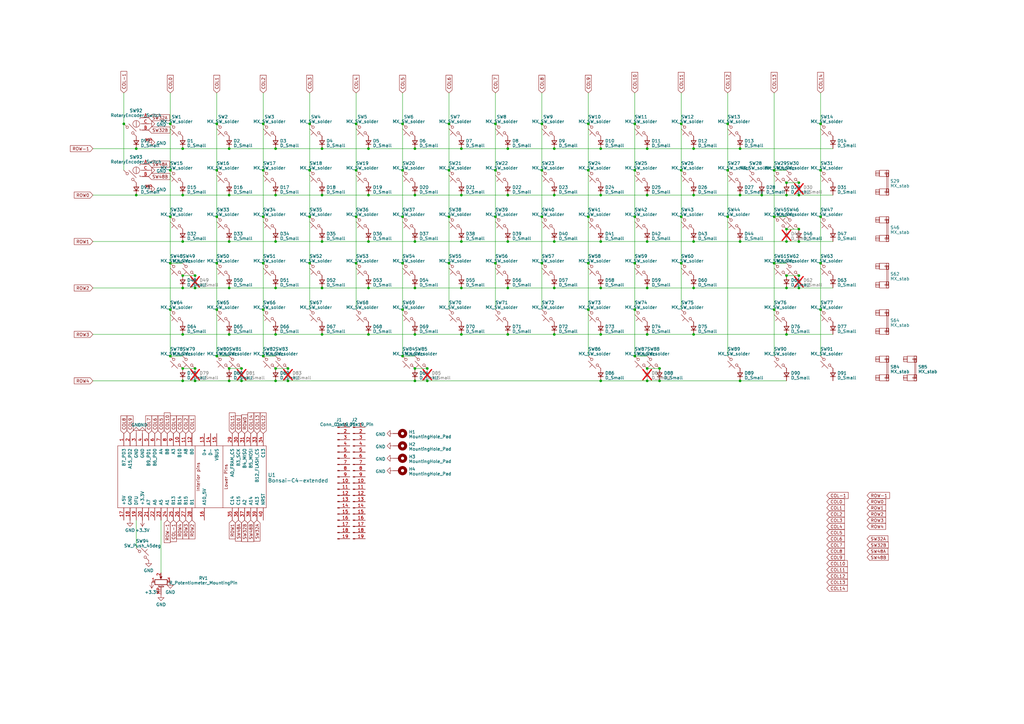
<source format=kicad_sch>
(kicad_sch (version 20230121) (generator eeschema)
  (paper "A3")
  (title_block (title "zensai75_UNI_i1") (rev "v1"))
  (junction (at 175.26 151.13))
  (junction (at 284.48 60.96))
  (junction (at 127 50.8))
  (junction (at 170.18 151.13))
  (junction (at 88.9 127))
  (junction (at 203.2 69.85))
  (junction (at 93.98 151.13))
  (junction (at 327.66 99.06))
  (junction (at 74.93 137.16))
  (junction (at 146.05 107.95))
  (junction (at 74.93 156.21))
  (junction (at 322.58 80.01))
  (junction (at 184.15 50.8))
  (junction (at 303.53 60.96))
  (junction (at 113.03 151.13))
  (junction (at 312.42 80.01))
  (junction (at 80.01 156.21))
  (junction (at 189.23 80.01))
  (junction (at 208.28 99.06))
  (junction (at 222.25 88.9))
  (junction (at 170.18 156.21))
  (junction (at 327.66 80.01))
  (junction (at 327.66 74.93))
  (junction (at 303.53 80.01))
  (junction (at 322.58 74.93))
  (junction (at 222.25 69.85))
  (junction (at 336.55 127))
  (junction (at 88.9 88.9))
  (junction (at 227.33 99.06))
  (junction (at 80.01 118.11))
  (junction (at 132.08 80.01))
  (junction (at 69.85 107.95))
  (junction (at 322.58 137.16))
  (junction (at 336.55 88.9))
  (junction (at 184.15 69.85))
  (junction (at 88.9 50.8))
  (junction (at 265.43 151.13))
  (junction (at 151.13 99.06))
  (junction (at 203.2 50.8))
  (junction (at 284.48 80.01))
  (junction (at 165.1 69.85))
  (junction (at 284.48 137.16))
  (junction (at 298.45 50.8))
  (junction (at 227.33 60.96))
  (junction (at 69.85 50.8))
  (junction (at 189.23 99.06))
  (junction (at 146.05 50.8))
  (junction (at 88.9 146.05))
  (junction (at 107.95 127))
  (junction (at 93.98 137.16))
  (junction (at 203.2 107.95))
  (junction (at 69.85 127))
  (junction (at 107.95 146.05))
  (junction (at 265.43 80.01))
  (junction (at 113.03 80.01))
  (junction (at 279.4 50.8))
  (junction (at 165.1 50.8))
  (junction (at 69.85 88.9))
  (junction (at 113.03 137.16))
  (junction (at 113.03 156.21))
  (junction (at 246.38 60.96))
  (junction (at 227.33 137.16))
  (junction (at 246.38 156.21))
  (junction (at 184.15 88.9))
  (junction (at 146.05 69.85))
  (junction (at 246.38 80.01))
  (junction (at 113.03 99.06))
  (junction (at 322.58 93.98))
  (junction (at 88.9 107.95))
  (junction (at 317.5 88.9))
  (junction (at 322.58 113.03))
  (junction (at 284.48 118.11))
  (junction (at 170.18 137.16))
  (junction (at 99.06 151.13))
  (junction (at 165.1 88.9))
  (junction (at 208.28 80.01))
  (junction (at 118.11 156.21))
  (junction (at 93.98 80.01))
  (junction (at 260.35 69.85))
  (junction (at 317.5 107.95))
  (junction (at 270.51 151.13))
  (junction (at 170.18 80.01))
  (junction (at 93.98 156.21))
  (junction (at 270.51 156.21))
  (junction (at 317.5 69.85))
  (junction (at 151.13 118.11))
  (junction (at 327.66 93.98))
  (junction (at 260.35 146.05))
  (junction (at 222.25 50.8))
  (junction (at 227.33 80.01))
  (junction (at 132.08 60.96))
  (junction (at 151.13 60.96))
  (junction (at 69.85 146.05))
  (junction (at 260.35 88.9))
  (junction (at 189.23 137.16))
  (junction (at 227.33 118.11))
  (junction (at 69.85 69.85))
  (junction (at 208.28 60.96))
  (junction (at 165.1 146.05))
  (junction (at 132.08 118.11))
  (junction (at 260.35 50.8))
  (junction (at 265.43 118.11))
  (junction (at 88.9 69.85))
  (junction (at 189.23 60.96))
  (junction (at 170.18 118.11))
  (junction (at 322.58 99.06))
  (junction (at 189.23 118.11))
  (junction (at 170.18 60.96))
  (junction (at 80.01 113.03))
  (junction (at 107.95 107.95))
  (junction (at 184.15 107.95))
  (junction (at 241.3 127))
  (junction (at 74.93 99.06))
  (junction (at 80.01 151.13))
  (junction (at 327.66 113.03))
  (junction (at 165.1 107.95))
  (junction (at 265.43 99.06))
  (junction (at 260.35 127))
  (junction (at 127 88.9))
  (junction (at 55.88 80.01))
  (junction (at 246.38 99.06))
  (junction (at 175.26 156.21))
  (junction (at 127 107.95))
  (junction (at 241.3 107.95))
  (junction (at 93.98 60.96))
  (junction (at 336.55 50.8))
  (junction (at 246.38 137.16))
  (junction (at 132.08 99.06))
  (junction (at 113.03 60.96))
  (junction (at 303.53 156.21))
  (junction (at 146.05 88.9))
  (junction (at 322.58 118.11))
  (junction (at 151.13 137.16))
  (junction (at 74.93 80.01))
  (junction (at 336.55 69.85))
  (junction (at 93.98 99.06))
  (junction (at 265.43 60.96))
  (junction (at 246.38 118.11))
  (junction (at 165.1 127))
  (junction (at 55.88 60.96))
  (junction (at 298.45 69.85))
  (junction (at 151.13 80.01))
  (junction (at 279.4 69.85))
  (junction (at 279.4 88.9))
  (junction (at 74.93 151.13))
  (junction (at 118.11 151.13))
  (junction (at 284.48 99.06))
  (junction (at 241.3 88.9))
  (junction (at 113.03 118.11))
  (junction (at 222.25 107.95))
  (junction (at 241.3 69.85))
  (junction (at 107.95 88.9))
  (junction (at 107.95 50.8))
  (junction (at 265.43 156.21))
  (junction (at 336.55 107.95))
  (junction (at 74.93 60.96))
  (junction (at 317.5 127))
  (junction (at 132.08 137.16))
  (junction (at 99.06 156.21))
  (junction (at 208.28 137.16))
  (junction (at 208.28 118.11))
  (junction (at 265.43 137.16))
  (junction (at 170.18 99.06))
  (junction (at 74.93 118.11))
  (junction (at 203.2 88.9))
  (junction (at 93.98 118.11))
  (junction (at 303.53 99.06))
  (junction (at 74.93 113.03))
  (junction (at 279.4 107.95))
  (junction (at 50.8 50.8))
  (junction (at 241.3 50.8))
  (junction (at 127 69.85))
  (junction (at 260.35 107.95))
  (junction (at 298.45 88.9))
  (junction (at 327.66 118.11))
  (junction (at 107.95 69.85))
  (wire (pts (xy 132.08 60.96) (xy 151.13 60.96)))
  (wire (pts (xy 93.98 99.06) (xy 113.03 99.06)))
  (wire (pts (xy 55.88 80.01) (xy 74.93 80.01)))
  (wire (pts (xy 170.18 118.11) (xy 189.23 118.11)))
  (wire (pts (xy 284.48 137.16) (xy 322.58 137.16)))
  (wire (pts (xy 189.23 137.16) (xy 208.28 137.16)))
  (wire (pts (xy 279.4 38.1) (xy 279.4 50.8)))
  (wire (pts (xy 69.85 146.05) (xy 74.93 146.05)))
  (wire (pts (xy 327.66 99.06) (xy 341.63 99.06)))
  (wire (pts (xy 246.38 60.96) (xy 265.43 60.96)))
  (wire (pts (xy 74.93 60.96) (xy 93.98 60.96)))
  (wire (pts (xy 132.08 137.16) (xy 151.13 137.16)))
  (wire (pts (xy 74.93 137.16) (xy 93.98 137.16)))
  (wire (pts (xy 265.43 156.21) (xy 270.51 156.21)))
  (wire (pts (xy 93.98 137.16) (xy 113.03 137.16)))
  (wire (pts (xy 118.11 156.21) (xy 170.18 156.21)))
  (wire (pts (xy 146.05 69.85) (xy 146.05 88.9)))
  (wire (pts (xy 88.9 38.1) (xy 88.9 50.8)))
  (wire (pts (xy 317.5 38.1) (xy 317.5 69.85)))
  (wire (pts (xy 127 50.8) (xy 127 69.85)))
  (wire (pts (xy 284.48 118.11) (xy 322.58 118.11)))
  (wire (pts (xy 170.18 156.21) (xy 175.26 156.21)))
  (wire (pts (xy 74.93 113.03) (xy 80.01 113.03)))
  (wire (pts (xy 170.18 80.01) (xy 189.23 80.01)))
  (wire (pts (xy 74.93 151.13) (xy 80.01 151.13)))
  (wire (pts (xy 38.1 137.16) (xy 74.93 137.16)))
  (wire (pts (xy 317.5 88.9) (xy 322.58 88.9)))
  (wire (pts (xy 189.23 99.06) (xy 208.28 99.06)))
  (wire (pts (xy 189.23 60.96) (xy 208.28 60.96)))
  (wire (pts (xy 69.85 127) (xy 69.85 146.05)))
  (wire (pts (xy 336.55 69.85) (xy 336.55 88.9)))
  (wire (pts (xy 69.85 88.9) (xy 69.85 107.95)))
  (wire (pts (xy 327.66 80.01) (xy 341.63 80.01)))
  (wire (pts (xy 69.85 69.85) (xy 69.85 88.9)))
  (wire (pts (xy 322.58 93.98) (xy 327.66 93.98)))
  (wire (pts (xy 74.93 80.01) (xy 93.98 80.01)))
  (wire (pts (xy 265.43 137.16) (xy 284.48 137.16)))
  (wire (pts (xy 317.5 88.9) (xy 317.5 107.95)))
  (wire (pts (xy 146.05 38.1) (xy 146.05 50.8)))
  (wire (pts (xy 241.3 88.9) (xy 241.3 107.95)))
  (wire (pts (xy 127 107.95) (xy 127 127)))
  (wire (pts (xy 88.9 146.05) (xy 93.98 146.05)))
  (wire (pts (xy 246.38 99.06) (xy 265.43 99.06)))
  (wire (pts (xy 165.1 38.1) (xy 165.1 50.8)))
  (wire (pts (xy 127 88.9) (xy 127 107.95)))
  (wire (pts (xy 279.4 107.95) (xy 279.4 127)))
  (wire (pts (xy 222.25 50.8) (xy 222.25 69.85)))
  (wire (pts (xy 303.53 60.96) (xy 341.63 60.96)))
  (wire (pts (xy 38.1 156.21) (xy 74.93 156.21)))
  (wire (pts (xy 88.9 127) (xy 88.9 146.05)))
  (wire (pts (xy 127 38.1) (xy 127 50.8)))
  (wire (pts (xy 80.01 156.21) (xy 93.98 156.21)))
  (wire (pts (xy 93.98 80.01) (xy 113.03 80.01)))
  (wire (pts (xy 88.9 88.9) (xy 88.9 107.95)))
  (wire (pts (xy 222.25 38.1) (xy 222.25 50.8)))
  (wire (pts (xy 227.33 80.01) (xy 246.38 80.01)))
  (wire (pts (xy 113.03 99.06) (xy 132.08 99.06)))
  (wire (pts (xy 38.1 118.11) (xy 74.93 118.11)))
  (wire (pts (xy 317.5 127) (xy 317.5 146.05)))
  (wire (pts (xy 151.13 80.01) (xy 170.18 80.01)))
  (wire (pts (xy 208.28 60.96) (xy 227.33 60.96)))
  (wire (pts (xy 208.28 80.01) (xy 227.33 80.01)))
  (wire (pts (xy 241.3 107.95) (xy 241.3 127)))
  (wire (pts (xy 260.35 50.8) (xy 260.35 69.85)))
  (wire (pts (xy 132.08 118.11) (xy 151.13 118.11)))
  (wire (pts (xy 260.35 69.85) (xy 260.35 88.9)))
  (wire (pts (xy 222.25 88.9) (xy 222.25 107.95)))
  (wire (pts (xy 303.53 99.06) (xy 322.58 99.06)))
  (wire (pts (xy 184.15 69.85) (xy 184.15 88.9)))
  (wire (pts (xy 107.95 107.95) (xy 107.95 127)))
  (wire (pts (xy 317.5 69.85) (xy 317.5 88.9)))
  (wire (pts (xy 222.25 69.85) (xy 222.25 88.9)))
  (wire (pts (xy 107.95 50.8) (xy 107.95 69.85)))
  (wire (pts (xy 279.4 69.85) (xy 279.4 88.9)))
  (wire (pts (xy 270.51 156.21) (xy 303.53 156.21)))
  (wire (pts (xy 246.38 118.11) (xy 265.43 118.11)))
  (wire (pts (xy 107.95 69.85) (xy 107.95 88.9)))
  (wire (pts (xy 107.95 88.9) (xy 107.95 107.95)))
  (wire (pts (xy 113.03 60.96) (xy 132.08 60.96)))
  (wire (pts (xy 69.85 38.1) (xy 69.85 50.8)))
  (wire (pts (xy 69.85 50.8) (xy 69.85 69.85)))
  (wire (pts (xy 284.48 80.01) (xy 303.53 80.01)))
  (wire (pts (xy 208.28 137.16) (xy 227.33 137.16)))
  (wire (pts (xy 170.18 137.16) (xy 189.23 137.16)))
  (wire (pts (xy 189.23 118.11) (xy 208.28 118.11)))
  (wire (pts (xy 298.45 69.85) (xy 298.45 88.9)))
  (wire (pts (xy 260.35 127) (xy 260.35 146.05)))
  (wire (pts (xy 184.15 88.9) (xy 184.15 107.95)))
  (wire (pts (xy 93.98 156.21) (xy 99.06 156.21)))
  (wire (pts (xy 246.38 80.01) (xy 265.43 80.01)))
  (wire (pts (xy 279.4 88.9) (xy 279.4 107.95)))
  (wire (pts (xy 107.95 38.1) (xy 107.95 50.8)))
  (wire (pts (xy 317.5 69.85) (xy 322.58 69.85)))
  (wire (pts (xy 265.43 118.11) (xy 284.48 118.11)))
  (wire (pts (xy 146.05 50.8) (xy 146.05 69.85)))
  (wire (pts (xy 88.9 107.95) (xy 88.9 127)))
  (wire (pts (xy 317.5 107.95) (xy 322.58 107.95)))
  (wire (pts (xy 203.2 50.8) (xy 203.2 69.85)))
  (wire (pts (xy 260.35 38.1) (xy 260.35 50.8)))
  (wire (pts (xy 298.45 50.8) (xy 298.45 69.85)))
  (wire (pts (xy 227.33 118.11) (xy 246.38 118.11)))
  (wire (pts (xy 298.45 38.1) (xy 298.45 50.8)))
  (wire (pts (xy 88.9 69.85) (xy 88.9 88.9)))
  (wire (pts (xy 74.93 118.11) (xy 80.01 118.11)))
  (wire (pts (xy 298.45 88.9) (xy 298.45 146.05)))
  (wire (pts (xy 50.8 38.1) (xy 50.8 50.8)))
  (wire (pts (xy 55.88 213.36) (xy 55.88 224.79)))
  (wire (pts (xy 113.03 80.01) (xy 132.08 80.01)))
  (wire (pts (xy 322.58 118.11) (xy 327.66 118.11)))
  (wire (pts (xy 93.98 60.96) (xy 113.03 60.96)))
  (wire (pts (xy 38.1 80.01) (xy 55.88 80.01)))
  (wire (pts (xy 93.98 118.11) (xy 113.03 118.11)))
  (wire (pts (xy 170.18 151.13) (xy 175.26 151.13)))
  (wire (pts (xy 165.1 69.85) (xy 165.1 88.9)))
  (wire (pts (xy 69.85 107.95) (xy 69.85 127)))
  (wire (pts (xy 113.03 137.16) (xy 132.08 137.16)))
  (wire (pts (xy 208.28 99.06) (xy 227.33 99.06)))
  (wire (pts (xy 227.33 60.96) (xy 246.38 60.96)))
  (wire (pts (xy 203.2 69.85) (xy 203.2 88.9)))
  (wire (pts (xy 241.3 127) (xy 241.3 146.05)))
  (wire (pts (xy 260.35 107.95) (xy 260.35 127)))
  (wire (pts (xy 69.85 107.95) (xy 74.93 107.95)))
  (wire (pts (xy 50.8 50.8) (xy 50.8 69.85)))
  (wire (pts (xy 246.38 156.21) (xy 265.43 156.21)))
  (wire (pts (xy 151.13 60.96) (xy 170.18 60.96)))
  (wire (pts (xy 38.1 99.06) (xy 74.93 99.06)))
  (wire (pts (xy 151.13 137.16) (xy 170.18 137.16)))
  (wire (pts (xy 265.43 151.13) (xy 270.51 151.13)))
  (wire (pts (xy 184.15 107.95) (xy 184.15 127)))
  (wire (pts (xy 165.1 50.8) (xy 165.1 69.85)))
  (wire (pts (xy 165.1 107.95) (xy 165.1 127)))
  (wire (pts (xy 74.93 99.06) (xy 93.98 99.06)))
  (wire (pts (xy 322.58 99.06) (xy 327.66 99.06)))
  (wire (pts (xy 38.1 60.96) (xy 55.88 60.96)))
  (wire (pts (xy 246.38 137.16) (xy 265.43 137.16)))
  (wire (pts (xy 322.58 137.16) (xy 341.63 137.16)))
  (wire (pts (xy 336.55 50.8) (xy 336.55 69.85)))
  (wire (pts (xy 241.3 38.1) (xy 241.3 50.8)))
  (wire (pts (xy 184.15 38.1) (xy 184.15 50.8)))
  (wire (pts (xy 99.06 156.21) (xy 113.03 156.21)))
  (wire (pts (xy 265.43 60.96) (xy 284.48 60.96)))
  (wire (pts (xy 312.42 80.01) (xy 322.58 80.01)))
  (wire (pts (xy 165.1 146.05) (xy 170.18 146.05)))
  (wire (pts (xy 113.03 156.21) (xy 118.11 156.21)))
  (wire (pts (xy 203.2 107.95) (xy 203.2 127)))
  (wire (pts (xy 113.03 118.11) (xy 132.08 118.11)))
  (wire (pts (xy 146.05 107.95) (xy 146.05 127)))
  (wire (pts (xy 265.43 80.01) (xy 284.48 80.01)))
  (wire (pts (xy 322.58 113.03) (xy 327.66 113.03)))
  (wire (pts (xy 322.58 80.01) (xy 327.66 80.01)))
  (wire (pts (xy 241.3 50.8) (xy 241.3 69.85)))
  (wire (pts (xy 189.23 80.01) (xy 208.28 80.01)))
  (wire (pts (xy 146.05 88.9) (xy 146.05 107.95)))
  (wire (pts (xy 279.4 50.8) (xy 279.4 69.85)))
  (wire (pts (xy 265.43 99.06) (xy 284.48 99.06)))
  (wire (pts (xy 127 69.85) (xy 127 88.9)))
  (wire (pts (xy 55.88 60.96) (xy 74.93 60.96)))
  (wire (pts (xy 203.2 38.1) (xy 203.2 50.8)))
  (wire (pts (xy 222.25 107.95) (xy 222.25 127)))
  (wire (pts (xy 113.03 151.13) (xy 118.11 151.13)))
  (wire (pts (xy 303.53 156.21) (xy 322.58 156.21)))
  (wire (pts (xy 151.13 118.11) (xy 170.18 118.11)))
  (wire (pts (xy 80.01 118.11) (xy 93.98 118.11)))
  (wire (pts (xy 88.9 50.8) (xy 88.9 69.85)))
  (wire (pts (xy 132.08 80.01) (xy 151.13 80.01)))
  (wire (pts (xy 175.26 156.21) (xy 246.38 156.21)))
  (wire (pts (xy 132.08 99.06) (xy 151.13 99.06)))
  (wire (pts (xy 107.95 146.05) (xy 113.03 146.05)))
  (wire (pts (xy 151.13 99.06) (xy 170.18 99.06)))
  (wire (pts (xy 336.55 38.1) (xy 336.55 50.8)))
  (wire (pts (xy 336.55 88.9) (xy 336.55 107.95)))
  (wire (pts (xy 241.3 69.85) (xy 241.3 88.9)))
  (wire (pts (xy 184.15 50.8) (xy 184.15 69.85)))
  (wire (pts (xy 165.1 127) (xy 165.1 146.05)))
  (wire (pts (xy 260.35 88.9) (xy 260.35 107.95)))
  (wire (pts (xy 66.04 213.36) (xy 66.04 234.95)))
  (wire (pts (xy 93.98 151.13) (xy 99.06 151.13)))
  (wire (pts (xy 336.55 127) (xy 336.55 146.05)))
  (wire (pts (xy 170.18 99.06) (xy 189.23 99.06)))
  (wire (pts (xy 74.93 156.21) (xy 80.01 156.21)))
  (wire (pts (xy 203.2 88.9) (xy 203.2 107.95)))
  (wire (pts (xy 336.55 107.95) (xy 336.55 127)))
  (wire (pts (xy 227.33 137.16) (xy 246.38 137.16)))
  (wire (pts (xy 170.18 60.96) (xy 189.23 60.96)))
  (wire (pts (xy 322.58 74.93) (xy 327.66 74.93)))
  (wire (pts (xy 165.1 88.9) (xy 165.1 107.95)))
  (wire (pts (xy 284.48 60.96) (xy 303.53 60.96)))
  (wire (pts (xy 260.35 146.05) (xy 265.43 146.05)))
  (wire (pts (xy 208.28 118.11) (xy 227.33 118.11)))
  (wire (pts (xy 303.53 80.01) (xy 312.42 80.01)))
  (wire (pts (xy 227.33 99.06) (xy 246.38 99.06)))
  (wire (pts (xy 317.5 107.95) (xy 317.5 127)))
  (wire (pts (xy 107.95 127) (xy 107.95 146.05)))
  (wire (pts (xy 284.48 99.06) (xy 303.53 99.06)))
  (wire (pts (xy 327.66 118.11) (xy 341.63 118.11)))
  (global_label "ROW0" (shape input) (at 100.33 177.8 90) (property "Intersheetrefs" "${INTERSHEET_REFS}" (effects hide)))
  (global_label "ROW-1" (shape input) (at 355.6 203.2 0) (property "Intersheetrefs" "${INTERSHEET_REFS}" (effects hide)))
  (global_label "COL12" (shape input) (at 339.09 236.22 0) (property "Intersheetrefs" "${INTERSHEET_REFS}" (effects hide)))
  (global_label "SW32A" (shape input) (at 105.41 213.36 270) (property "Intersheetrefs" "${INTERSHEET_REFS}" (effects hide)))
  (global_label "ROW-1" (shape input) (at 38.1 60.96 180) (property "Intersheetrefs" "${INTERSHEET_REFS}" (effects hide)))
  (global_label "COL2" (shape input) (at 76.2 177.8 90) (property "Intersheetrefs" "${INTERSHEET_REFS}" (effects hide)))
  (global_label "SW32B" (shape input) (at 60.96 53.34 0) (property "Intersheetrefs" "${INTERSHEET_REFS}" (effects hide)))
  (global_label "COL7" (shape input) (at 60.96 177.8 90) (property "Intersheetrefs" "${INTERSHEET_REFS}" (effects hide)))
  (global_label "SW48A" (shape input) (at 97.79 213.36 270) (property "Intersheetrefs" "${INTERSHEET_REFS}" (effects hide)))
  (global_label "COL4" (shape input) (at 146.05 38.1 90) (property "Intersheetrefs" "${INTERSHEET_REFS}" (effects hide)))
  (global_label "COL5" (shape input) (at 165.1 38.1 90) (property "Intersheetrefs" "${INTERSHEET_REFS}" (effects hide)))
  (global_label "COL11" (shape input) (at 279.4 38.1 90) (property "Intersheetrefs" "${INTERSHEET_REFS}" (effects hide)))
  (global_label "ROW3" (shape input) (at 355.6 213.36 0) (property "Intersheetrefs" "${INTERSHEET_REFS}" (effects hide)))
  (global_label "COL1" (shape input) (at 88.9 38.1 90) (property "Intersheetrefs" "${INTERSHEET_REFS}" (effects hide)))
  (global_label "COL11" (shape input) (at 95.25 177.8 90) (property "Intersheetrefs" "${INTERSHEET_REFS}" (effects hide)))
  (global_label "ROW2" (shape input) (at 355.6 210.82 0) (property "Intersheetrefs" "${INTERSHEET_REFS}" (effects hide)))
  (global_label "ROW3" (shape input) (at 76.2 213.36 270) (property "Intersheetrefs" "${INTERSHEET_REFS}" (effects hide)))
  (global_label "COL0" (shape input) (at 97.79 177.8 90) (property "Intersheetrefs" "${INTERSHEET_REFS}" (effects hide)))
  (global_label "COL8" (shape input) (at 50.8 177.8 90) (property "Intersheetrefs" "${INTERSHEET_REFS}" (effects hide)))
  (global_label "COL8" (shape input) (at 339.09 226.06 0) (property "Intersheetrefs" "${INTERSHEET_REFS}" (effects hide)))
  (global_label "COL8" (shape input) (at 222.25 38.1 90) (property "Intersheetrefs" "${INTERSHEET_REFS}" (effects hide)))
  (global_label "ROW-1" (shape input) (at 68.58 213.36 270) (property "Intersheetrefs" "${INTERSHEET_REFS}" (effects hide)))
  (global_label "COL12" (shape input) (at 298.45 38.1 90) (property "Intersheetrefs" "${INTERSHEET_REFS}" (effects hide)))
  (global_label "SW32B" (shape input) (at 355.6 223.52 0) (property "Intersheetrefs" "${INTERSHEET_REFS}" (effects hide)))
  (global_label "COL10" (shape input) (at 68.58 177.8 90) (property "Intersheetrefs" "${INTERSHEET_REFS}" (effects hide)))
  (global_label "COL0" (shape input) (at 339.09 205.74 0) (property "Intersheetrefs" "${INTERSHEET_REFS}" (effects hide)))
  (global_label "SW48B" (shape input) (at 355.6 228.6 0) (property "Intersheetrefs" "${INTERSHEET_REFS}" (effects hide)))
  (global_label "COL7" (shape input) (at 339.09 223.52 0) (property "Intersheetrefs" "${INTERSHEET_REFS}" (effects hide)))
  (global_label "COL5" (shape input) (at 339.09 218.44 0) (property "Intersheetrefs" "${INTERSHEET_REFS}" (effects hide)))
  (global_label "COL5" (shape input) (at 66.04 177.8 90) (property "Intersheetrefs" "${INTERSHEET_REFS}" (effects hide)))
  (global_label "COL1" (shape input) (at 78.74 177.8 90) (property "Intersheetrefs" "${INTERSHEET_REFS}" (effects hide)))
  (global_label "SW32A" (shape input) (at 60.96 48.26 0) (property "Intersheetrefs" "${INTERSHEET_REFS}" (effects hide)))
  (global_label "COL9" (shape input) (at 339.09 228.6 0) (property "Intersheetrefs" "${INTERSHEET_REFS}" (effects hide)))
  (global_label "COL-1" (shape input) (at 339.09 203.2 0) (property "Intersheetrefs" "${INTERSHEET_REFS}" (effects hide)))
  (global_label "ROW3" (shape input) (at 38.1 137.16 180) (property "Intersheetrefs" "${INTERSHEET_REFS}" (effects hide)))
  (global_label "COL4" (shape input) (at 71.12 177.8 90) (property "Intersheetrefs" "${INTERSHEET_REFS}" (effects hide)))
  (global_label "ROW2" (shape input) (at 38.1 118.11 180) (property "Intersheetrefs" "${INTERSHEET_REFS}" (effects hide)))
  (global_label "ROW0" (shape input) (at 355.6 205.74 0) (property "Intersheetrefs" "${INTERSHEET_REFS}" (effects hide)))
  (global_label "COL-1" (shape input) (at 71.12 213.36 270) (property "Intersheetrefs" "${INTERSHEET_REFS}" (effects hide)))
  (global_label "COL2" (shape input) (at 107.95 38.1 90) (property "Intersheetrefs" "${INTERSHEET_REFS}" (effects hide)))
  (global_label "COL6" (shape input) (at 184.15 38.1 90) (property "Intersheetrefs" "${INTERSHEET_REFS}" (effects hide)))
  (global_label "COL13" (shape input) (at 105.41 177.8 90) (property "Intersheetrefs" "${INTERSHEET_REFS}" (effects hide)))
  (global_label "COL6" (shape input) (at 63.5 177.8 90) (property "Intersheetrefs" "${INTERSHEET_REFS}" (effects hide)))
  (global_label "COL14" (shape input) (at 336.55 38.1 90) (property "Intersheetrefs" "${INTERSHEET_REFS}" (effects hide)))
  (global_label "COL4" (shape input) (at 339.09 215.9 0) (property "Intersheetrefs" "${INTERSHEET_REFS}" (effects hide)))
  (global_label "ROW1" (shape input) (at 95.25 213.36 270) (property "Intersheetrefs" "${INTERSHEET_REFS}" (effects hide)))
  (global_label "SW48A" (shape input) (at 355.6 226.06 0) (property "Intersheetrefs" "${INTERSHEET_REFS}" (effects hide)))
  (global_label "COL10" (shape input) (at 260.35 38.1 90) (property "Intersheetrefs" "${INTERSHEET_REFS}" (effects hide)))
  (global_label "COL2" (shape input) (at 339.09 210.82 0) (property "Intersheetrefs" "${INTERSHEET_REFS}" (effects hide)))
  (global_label "COL0" (shape input) (at 69.85 38.1 90) (property "Intersheetrefs" "${INTERSHEET_REFS}" (effects hide)))
  (global_label "COL13" (shape input) (at 317.5 38.1 90) (property "Intersheetrefs" "${INTERSHEET_REFS}" (effects hide)))
  (global_label "COL9" (shape input) (at 241.3 38.1 90) (property "Intersheetrefs" "${INTERSHEET_REFS}" (effects hide)))
  (global_label "COL10" (shape input) (at 339.09 231.14 0) (property "Intersheetrefs" "${INTERSHEET_REFS}" (effects hide)))
  (global_label "SW48B" (shape input) (at 60.96 72.39 0) (property "Intersheetrefs" "${INTERSHEET_REFS}" (effects hide)))
  (global_label "COL7" (shape input) (at 203.2 38.1 90) (property "Intersheetrefs" "${INTERSHEET_REFS}" (effects hide)))
  (global_label "SW32A" (shape input) (at 355.6 220.98 0) (property "Intersheetrefs" "${INTERSHEET_REFS}" (effects hide)))
  (global_label "COL-1" (shape input) (at 50.8 38.1 90) (property "Intersheetrefs" "${INTERSHEET_REFS}" (effects hide)))
  (global_label "ROW4" (shape input) (at 38.1 156.21 180) (property "Intersheetrefs" "${INTERSHEET_REFS}" (effects hide)))
  (global_label "ROW1" (shape input) (at 355.6 208.28 0) (property "Intersheetrefs" "${INTERSHEET_REFS}" (effects hide)))
  (global_label "COL14" (shape input) (at 339.09 241.3 0) (property "Intersheetrefs" "${INTERSHEET_REFS}" (effects hide)))
  (global_label "COL3" (shape input) (at 339.09 213.36 0) (property "Intersheetrefs" "${INTERSHEET_REFS}" (effects hide)))
  (global_label "COL1" (shape input) (at 339.09 208.28 0) (property "Intersheetrefs" "${INTERSHEET_REFS}" (effects hide)))
  (global_label "COL12" (shape input) (at 107.95 177.8 90) (property "Intersheetrefs" "${INTERSHEET_REFS}" (effects hide)))
  (global_label "SW48A" (shape input) (at 60.96 67.31 0) (property "Intersheetrefs" "${INTERSHEET_REFS}" (effects hide)))
  (global_label "COL6" (shape input) (at 339.09 220.98 0) (property "Intersheetrefs" "${INTERSHEET_REFS}" (effects hide)))
  (global_label "ROW1" (shape input) (at 38.1 99.06 180) (property "Intersheetrefs" "${INTERSHEET_REFS}" (effects hide)))
  (global_label "COL14" (shape input) (at 102.87 177.8 90) (property "Intersheetrefs" "${INTERSHEET_REFS}" (effects hide)))
  (global_label "ROW2" (shape input) (at 78.74 213.36 270) (property "Intersheetrefs" "${INTERSHEET_REFS}" (effects hide)))
  (global_label "SW32B" (shape input) (at 100.33 213.36 270) (property "Intersheetrefs" "${INTERSHEET_REFS}" (effects hide)))
  (global_label "ROW4" (shape input) (at 355.6 215.9 0) (property "Intersheetrefs" "${INTERSHEET_REFS}" (effects hide)))
  (global_label "COL13" (shape input) (at 339.09 238.76 0) (property "Intersheetrefs" "${INTERSHEET_REFS}" (effects hide)))
  (global_label "COL3" (shape input) (at 127 38.1 90) (property "Intersheetrefs" "${INTERSHEET_REFS}" (effects hide)))
  (global_label "COL9" (shape input) (at 53.34 177.8 90) (property "Intersheetrefs" "${INTERSHEET_REFS}" (effects hide)))
  (global_label "COL11" (shape input) (at 339.09 233.68 0) (property "Intersheetrefs" "${INTERSHEET_REFS}" (effects hide)))
  (global_label "ROW4" (shape input) (at 73.66 213.36 270) (property "Intersheetrefs" "${INTERSHEET_REFS}" (effects hide)))
  (global_label "SW48B" (shape input) (at 102.87 213.36 270) (property "Intersheetrefs" "${INTERSHEET_REFS}" (effects hide)))
  (global_label "ROW0" (shape input) (at 38.1 80.01 180) (property "Intersheetrefs" "${INTERSHEET_REFS}" (effects hide)))
  (global_label "COL3" (shape input) (at 73.66 177.8 90) (property "Intersheetrefs" "${INTERSHEET_REFS}" (effects hide)))
  (symbol (lib_id "marbastlib-mx:MX_SW_solder") (at 281.94 72.39 180) (unit 1)
    (property "Reference" "SW26" (at 281.94 66.9671 0))
    (property "Value" "MX_SW_solder" (at 281.94 68.8881 0))
    (property "Footprint" "marbastlib-mx:SW_MX_1u" (effects hide))
  )
  (symbol (lib_id "marbastlib-mx:MX_SW_solder") (at 205.74 72.39 180) (unit 1)
    (property "Reference" "SW22" (at 205.74 66.9671 0))
    (property "Value" "MX_SW_solder" (at 205.74 68.8881 0))
    (property "Footprint" "marbastlib-mx:SW_MX_1u" (effects hide))
  )
  (symbol (lib_id "marbastlib-mx:MX_stab") (at 361.95 93.98 90) (unit 1)
    (property "Reference" "S46" (at 365.125 93.3363 90) (effects (justify right)))
    (property "Value" "MX_stab" (at 365.125 95.2573 90) (effects (justify right)))
    (property "Footprint" "marbastlib-mx:STAB_MX_P_2u" (effects hide))
  )
  (symbol (lib_id "marbastlib-mx:MX_SW_solder") (at 320.04 148.59 180) (unit 1)
    (property "Reference" "SW90" (at 320.04 143.1671 0))
    (property "Value" "MX_SW_solder" (at 320.04 145.0881 0))
    (property "Footprint" "marbastlib-mx:SW_MX_1u" (effects hide))
  )
  (symbol (lib_id "Mechanical:MountingHole_Pad") (at 163.83 187.96 270) (unit 1)
    (property "Reference" "H3" (at 167.64 187.3163 90) (effects (justify left)))
    (property "Value" "MountingHole_Pad" (at 167.64 189.2373 90) (effects (justify left)))
    (property "Footprint" "MountingHole:MountingHole_2.2mm_M2_Pad" (effects hide))
  )
  (symbol (lib_id "marbastlib-mx:MX_SW_solder") (at 309.88 72.39 180) (unit 1)
    (property "Reference" "SW28" (at 309.88 66.9671 0))
    (property "Value" "MX_SW_solder" (at 309.88 68.8881 0))
    (property "Footprint" "marbastlib-mx:SW_MX_1u" (effects hide))
  )
  (symbol (lib_id "Device:D_Small") (at 170.18 153.67 90) (unit 1)
    (property "Reference" "D84" (at 171.958 153.0263 90) (effects (justify right)))
    (property "Value" "D_Small" (at 171.958 154.9473 90) (effects (justify right)))
    (property "Footprint" "shoonies_parts:D_SOD-123_CLEAN" (effects hide))
    (property "Sim.Device" "D" (effects hide))
    (property "Sim.Pins" "1=K 2=A" (effects hide))
  )
  (symbol (lib_id "Device:D_Small") (at 93.98 58.42 90) (unit 1)
    (property "Reference" "D2" (at 95.758 57.7763 90) (effects (justify right)))
    (property "Value" "D_Small" (at 95.758 59.6973 90) (effects (justify right)))
    (property "Footprint" "shoonies_parts:D_SOD-123_CLEAN" (effects hide))
    (property "Sim.Device" "D" (effects hide))
    (property "Sim.Pins" "1=K 2=A" (effects hide))
  )
  (symbol (lib_id "Device:D_Small") (at 341.63 153.67 90) (unit 1)
    (property "Reference" "D91" (at 343.408 153.0263 90) (effects (justify right)))
    (property "Value" "D_Small" (at 343.408 154.9473 90) (effects (justify right)))
    (property "Footprint" "shoonies_parts:D_SOD-123_CLEAN" (effects hide))
    (property "Sim.Device" "D" (effects hide))
    (property "Sim.Pins" "1=K 2=A" (effects hide))
  )
  (symbol (lib_id "Device:D_Small") (at 208.28 77.47 90) (unit 1)
    (property "Reference" "D22" (at 210.058 76.8263 90) (effects (justify right)))
    (property "Value" "D_Small" (at 210.058 78.7473 90) (effects (justify right)))
    (property "Footprint" "shoonies_parts:D_SOD-123_CLEAN" (effects hide))
    (property "Sim.Device" "D" (effects hide))
    (property "Sim.Pins" "1=K 2=A" (effects hide))
  )
  (symbol (lib_id "Device:D_Small") (at 284.48 58.42 90) (unit 1)
    (property "Reference" "D12" (at 286.258 57.7763 90) (effects (justify right)))
    (property "Value" "D_Small" (at 286.258 59.6973 90) (effects (justify right)))
    (property "Footprint" "shoonies_parts:D_SOD-123_CLEAN" (effects hide))
    (property "Sim.Device" "D" (effects hide))
    (property "Sim.Pins" "1=K 2=A" (effects hide))
  )
  (symbol (lib_id "power:GND") (at 161.29 177.8 270) (unit 1)
    (property "Reference" "#PWR09" (effects hide))
    (property "Value" "GND" (at 158.1151 178.1168 90) (effects (justify right)))
  )
  (symbol (lib_id "Device:D_Small") (at 93.98 96.52 90) (unit 1)
    (property "Reference" "D33" (at 95.758 95.8763 90) (effects (justify right)))
    (property "Value" "D_Small" (at 95.758 97.7973 90) (effects (justify right)))
    (property "Footprint" "shoonies_parts:D_SOD-123_CLEAN" (effects hide))
    (property "Sim.Device" "D" (effects hide))
    (property "Sim.Pins" "1=K 2=A" (effects hide))
  )
  (symbol (lib_id "Device:D_Small") (at 312.42 77.47 90) (unit 1)
    (property "Reference" "D28" (at 314.198 76.8263 90) (effects (justify right)))
    (property "Value" "D_Small" (at 314.198 78.7473 90) (effects (justify right)))
    (property "Footprint" "shoonies_parts:D_SOD-123_CLEAN" (effects hide))
    (property "Sim.Device" "D" (effects hide))
    (property "Sim.Pins" "1=K 2=A" (effects hide))
  )
  (symbol (lib_id "marbastlib-mx:MX_stab") (at 361.95 113.03 90) (unit 1)
    (property "Reference" "S62" (at 365.125 112.3863 90) (effects (justify right)))
    (property "Value" "MX_stab" (at 365.125 114.3073 90) (effects (justify right)))
    (property "Footprint" "marbastlib-mx:STAB_MX_P_2u" (effects hide))
  )
  (symbol (lib_id "marbastlib-mx:MX_SW_solder") (at 72.39 148.59 180) (unit 1)
    (property "Reference" "SW78" (at 72.39 143.1671 0))
    (property "Value" "MX_SW_solder" (at 72.39 145.0881 0))
    (property "Footprint" "marbastlib-mx:SW_MX_1u" (effects hide))
  )
  (symbol (lib_id "Device:D_Small") (at 265.43 77.47 90) (unit 1)
    (property "Reference" "D25" (at 267.208 76.8263 90) (effects (justify right)))
    (property "Value" "D_Small" (at 267.208 78.7473 90) (effects (justify right)))
    (property "Footprint" "shoonies_parts:D_SOD-123_CLEAN" (effects hide))
    (property "Sim.Device" "D" (effects hide))
    (property "Sim.Pins" "1=K 2=A" (effects hide))
  )
  (symbol (lib_id "marbastlib-mx:MX_SW_solder") (at 243.84 110.49 180) (unit 1)
    (property "Reference" "SW58" (at 243.84 105.0671 0))
    (property "Value" "MX_SW_solder" (at 243.84 106.9881 0))
    (property "Footprint" "marbastlib-mx:SW_MX_1u" (effects hide))
  )
  (symbol (lib_id "marbastlib-mx:MX_SW_solder") (at 110.49 110.49 180) (unit 1)
    (property "Reference" "SW51" (at 110.49 105.0671 0))
    (property "Value" "MX_SW_solder" (at 110.49 106.9881 0))
    (property "Footprint" "marbastlib-mx:SW_MX_1u" (effects hide))
  )
  (symbol (lib_id "Device:D_Small") (at 208.28 115.57 90) (unit 1)
    (property "Reference" "D56" (at 210.058 114.9263 90) (effects (justify right)))
    (property "Value" "D_Small" (at 210.058 116.8473 90) (effects (justify right)))
    (property "Footprint" "shoonies_parts:D_SOD-123_CLEAN" (effects hide))
    (property "Sim.Device" "D" (effects hide))
    (property "Sim.Pins" "1=K 2=A" (effects hide))
  )
  (symbol (lib_id "marbastlib-mx:MX_SW_solder") (at 110.49 53.34 180) (unit 1)
    (property "Reference" "SW3" (at 110.49 47.9171 0))
    (property "Value" "MX_SW_solder" (at 110.49 49.8381 0))
    (property "Footprint" "marbastlib-mx:SW_MX_1u" (effects hide))
  )
  (symbol (lib_id "marbastlib-mx:MX_SW_solder") (at 148.59 53.34 180) (unit 1)
    (property "Reference" "SW5" (at 148.59 47.9171 0))
    (property "Value" "MX_SW_solder" (at 148.59 49.8381 0))
    (property "Footprint" "marbastlib-mx:SW_MX_1u" (effects hide))
  )
  (symbol (lib_id "Device:D_Small") (at 284.48 96.52 90) (unit 1)
    (property "Reference" "D43" (at 286.258 95.8763 90) (effects (justify right)))
    (property "Value" "D_Small" (at 286.258 97.7973 90) (effects (justify right)))
    (property "Footprint" "shoonies_parts:D_SOD-123_CLEAN" (effects hide))
    (property "Sim.Device" "D" (effects hide))
    (property "Sim.Pins" "1=K 2=A" (effects hide))
  )
  (symbol (lib_id "marbastlib-mx:MX_SW_solder") (at 186.69 53.34 180) (unit 1)
    (property "Reference" "SW7" (at 186.69 47.9171 0))
    (property "Value" "MX_SW_solder" (at 186.69 49.8381 0))
    (property "Footprint" "marbastlib-mx:SW_MX_1u" (effects hide))
  )
  (symbol (lib_id "marbastlib-mx:MX_SW_solder") (at 172.72 148.59 180) (unit 1)
    (property "Reference" "SW85" (at 172.72 143.1671 0))
    (property "Value" "MX_SW_solder" (at 172.72 145.0881 0))
    (property "Footprint" "marbastlib-mx:SW_MX_1u" (effects hide))
  )
  (symbol (lib_id "power:GND") (at 161.29 193.04 270) (unit 1)
    (property "Reference" "#PWR012" (effects hide))
    (property "Value" "GND" (at 158.1151 193.3568 90) (effects (justify right)))
  )
  (symbol (lib_id "Mechanical:MountingHole_Pad") (at 163.83 182.88 270) (unit 1)
    (property "Reference" "H2" (at 167.64 182.2363 90) (effects (justify left)))
    (property "Value" "MountingHole_Pad" (at 167.64 184.1573 90) (effects (justify left)))
    (property "Footprint" "MountingHole:MountingHole_2.2mm_M2_Pad" (effects hide))
  )
  (symbol (lib_id "marbastlib-mx:MX_SW_solder") (at 267.97 148.59 180) (unit 1)
    (property "Reference" "SW88" (at 267.97 143.1671 0))
    (property "Value" "MX_SW_solder" (at 267.97 145.0881 0))
    (property "Footprint" "marbastlib-mx:SW_MX_1u" (effects hide))
  )
  (symbol (lib_id "Device:D_Small") (at 246.38 58.42 90) (unit 1)
    (property "Reference" "D10" (at 248.158 57.7763 90) (effects (justify right)))
    (property "Value" "D_Small" (at 248.158 59.6973 90) (effects (justify right)))
    (property "Footprint" "shoonies_parts:D_SOD-123_CLEAN" (effects hide))
    (property "Sim.Device" "D" (effects hide))
    (property "Sim.Pins" "1=K 2=A" (effects hide))
  )
  (symbol (lib_id "Device:D_Small") (at 303.53 153.67 90) (unit 1)
    (property "Reference" "D89" (at 305.308 153.0263 90) (effects (justify right)))
    (property "Value" "D_Small" (at 305.308 154.9473 90) (effects (justify right)))
    (property "Footprint" "shoonies_parts:D_SOD-123_CLEAN" (effects hide))
    (property "Sim.Device" "D" (effects hide))
    (property "Sim.Pins" "1=K 2=A" (effects hide))
  )
  (symbol (lib_id "marbastlib-mx:MX_SW_solder") (at 205.74 129.54 180) (unit 1)
    (property "Reference" "SW71" (at 205.74 124.1171 0))
    (property "Value" "MX_SW_solder" (at 205.74 126.0381 0))
    (property "Footprint" "marbastlib-mx:SW_MX_1u" (effects hide))
  )
  (symbol (lib_id "Device:D_Small") (at 265.43 153.67 90) (unit 1) (in_bom no) (on_board no) (dnp yes)
    (property "Reference" "D87" (at 267.208 153.0263 90) (effects (justify right)))
    (property "Value" "D_Small" (at 267.208 154.9473 90) (effects (justify right)))
    (property "Footprint" "shoonies_parts:D_SOD-123_CLEAN" (effects hide))
    (property "Sim.Device" "D" (effects hide))
    (property "Sim.Pins" "1=K 2=A" (effects hide))
  )
  (symbol (lib_id "Device:D_Small") (at 132.08 58.42 90) (unit 1)
    (property "Reference" "D4" (at 133.858 57.7763 90) (effects (justify right)))
    (property "Value" "D_Small" (at 133.858 59.6973 90) (effects (justify right)))
    (property "Footprint" "shoonies_parts:D_SOD-123_CLEAN" (effects hide))
    (property "Sim.Device" "D" (effects hide))
    (property "Sim.Pins" "1=K 2=A" (effects hide))
  )
  (symbol (lib_id "Device:D_Small") (at 341.63 134.62 90) (unit 1)
    (property "Reference" "D77" (at 343.408 133.9763 90) (effects (justify right)))
    (property "Value" "D_Small" (at 343.408 135.8973 90) (effects (justify right)))
    (property "Footprint" "shoonies_parts:D_SOD-123_CLEAN" (effects hide))
    (property "Sim.Device" "D" (effects hide))
    (property "Sim.Pins" "1=K 2=A" (effects hide))
  )
  (symbol (lib_id "marbastlib-mx:MX_SW_solder") (at 129.54 91.44 180) (unit 1)
    (property "Reference" "SW35" (at 129.54 86.0171 0))
    (property "Value" "MX_SW_solder" (at 129.54 87.9381 0))
    (property "Footprint" "marbastlib-mx:SW_MX_1u" (effects hide))
  )
  (symbol (lib_id "marbastlib-mx:MX_SW_solder") (at 148.59 91.44 180) (unit 1)
    (property "Reference" "SW36" (at 148.59 86.0171 0))
    (property "Value" "MX_SW_solder" (at 148.59 87.9381 0))
    (property "Footprint" "marbastlib-mx:SW_MX_1u" (effects hide))
  )
  (symbol (lib_id "Device:D_Small") (at 227.33 96.52 90) (unit 1)
    (property "Reference" "D40" (at 229.108 95.8763 90) (effects (justify right)))
    (property "Value" "D_Small" (at 229.108 97.7973 90) (effects (justify right)))
    (property "Footprint" "shoonies_parts:D_SOD-123_CLEAN" (effects hide))
    (property "Sim.Device" "D" (effects hide))
    (property "Sim.Pins" "1=K 2=A" (effects hide))
  )
  (symbol (lib_id "Device:D_Small") (at 151.13 96.52 90) (unit 1)
    (property "Reference" "D36" (at 152.908 95.8763 90) (effects (justify right)))
    (property "Value" "D_Small" (at 152.908 97.7973 90) (effects (justify right)))
    (property "Footprint" "shoonies_parts:D_SOD-123_CLEAN" (effects hide))
    (property "Sim.Device" "D" (effects hide))
    (property "Sim.Pins" "1=K 2=A" (effects hide))
  )
  (symbol (lib_id "Device:D_Small") (at 93.98 134.62 90) (unit 1)
    (property "Reference" "D65" (at 95.758 133.9763 90) (effects (justify right)))
    (property "Value" "D_Small" (at 95.758 135.8973 90) (effects (justify right)))
    (property "Footprint" "shoonies_parts:D_SOD-123_CLEAN" (effects hide))
    (property "Sim.Device" "D" (effects hide))
    (property "Sim.Pins" "1=K 2=A" (effects hide))
  )
  (symbol (lib_id "Device:D_Small") (at 80.01 153.67 90) (unit 1) (in_bom no) (on_board no) (dnp yes)
    (property "Reference" "D79" (at 81.788 153.0263 90) (effects (justify right)))
    (property "Value" "D_Small" (at 81.788 154.9473 90) (effects (justify right)))
    (property "Footprint" "shoonies_parts:D_SOD-123_CLEAN" (effects hide))
    (property "Sim.Device" "D" (effects hide))
    (property "Sim.Pins" "1=K 2=A" (effects hide))
  )
  (symbol (lib_id "marbastlib-mx:MX_SW_solder") (at 339.09 53.34 180) (unit 1)
    (property "Reference" "SW14" (at 339.09 47.9171 0))
    (property "Value" "MX_SW_solder" (at 339.09 49.8381 0))
    (property "Footprint" "marbastlib-mx:SW_MX_1u" (effects hide))
  )
  (symbol (lib_id "power:GND") (at 53.34 213.36 0) (unit 1)
    (property "Reference" "#PWR01" (effects hide))
    (property "Value" "GND" (at 53.34 217.4955 0))
  )
  (symbol (lib_id "Switch:SW_Push_45deg") (at 58.42 227.33 0) (unit 1)
    (property "Reference" "SW94" (at 58.42 221.9071 0))
    (property "Value" "SW_Push_45deg" (at 58.42 223.8281 0))
    (property "Footprint" "Button_Switch_SMD:SW_SPST_TL3342" (effects hide))
  )
  (symbol (lib_id "Device:D_Small") (at 246.38 115.57 90) (unit 1)
    (property "Reference" "D58" (at 248.158 114.9263 90) (effects (justify right)))
    (property "Value" "D_Small" (at 248.158 116.8473 90) (effects (justify right)))
    (property "Footprint" "shoonies_parts:D_SOD-123_CLEAN" (effects hide))
    (property "Sim.Device" "D" (effects hide))
    (property "Sim.Pins" "1=K 2=A" (effects hide))
  )
  (symbol (lib_id "Device:D_Small") (at 93.98 153.67 90) (unit 1)
    (property "Reference" "D80" (at 95.758 153.0263 90) (effects (justify right)))
    (property "Value" "D_Small" (at 95.758 154.9473 90) (effects (justify right)))
    (property "Footprint" "shoonies_parts:D_SOD-123_CLEAN" (effects hide))
    (property "Sim.Device" "D" (effects hide))
    (property "Sim.Pins" "1=K 2=A" (effects hide))
  )
  (symbol (lib_id "Connector:Conn_01x19_Pin") (at 138.43 198.12 0) (unit 1)
    (property "Reference" "J1" (at 139.065 172.1739 0))
    (property "Value" "Conn_01x19_Pin" (at 139.065 174.0949 0))
    (property "Footprint" "shoonies_parts:PinHeader_1x19_P2.54mm_Vertical_SMD_Pin1Left_BLANK" (effects hide))
  )
  (symbol (lib_id "marbastlib-mx:MX_SW_solder") (at 167.64 110.49 180) (unit 1)
    (property "Reference" "SW54" (at 167.64 105.0671 0))
    (property "Value" "MX_SW_solder" (at 167.64 106.9881 0))
    (property "Footprint" "marbastlib-mx:SW_MX_1u" (effects hide))
  )
  (symbol (lib_id "Device:D_Small") (at 175.26 153.67 90) (unit 1) (in_bom no) (on_board no) (dnp yes)
    (property "Reference" "D85" (at 177.038 153.0263 90) (effects (justify right)))
    (property "Value" "D_Small" (at 177.038 154.9473 90) (effects (justify right)))
    (property "Footprint" "shoonies_parts:D_SOD-123_CLEAN" (effects hide))
    (property "Sim.Device" "D" (effects hide))
    (property "Sim.Pins" "1=K 2=A" (effects hide))
  )
  (symbol (lib_id "Device:D_Small") (at 265.43 115.57 90) (unit 1)
    (property "Reference" "D59" (at 267.208 114.9263 90) (effects (justify right)))
    (property "Value" "D_Small" (at 267.208 116.8473 90) (effects (justify right)))
    (property "Footprint" "shoonies_parts:D_SOD-123_CLEAN" (effects hide))
    (property "Sim.Device" "D" (effects hide))
    (property "Sim.Pins" "1=K 2=A" (effects hide))
  )
  (symbol (lib_id "Device:D_Small") (at 132.08 96.52 90) (unit 1)
    (property "Reference" "D35" (at 133.858 95.8763 90) (effects (justify right)))
    (property "Value" "D_Small" (at 133.858 97.7973 90) (effects (justify right)))
    (property "Footprint" "shoonies_parts:D_SOD-123_CLEAN" (effects hide))
    (property "Sim.Device" "D" (effects hide))
    (property "Sim.Pins" "1=K 2=A" (effects hide))
  )
  (symbol (lib_id "Device:D_Small") (at 113.03 134.62 90) (unit 1)
    (property "Reference" "D66" (at 114.808 133.9763 90) (effects (justify right)))
    (property "Value" "D_Small" (at 114.808 135.8973 90) (effects (justify right)))
    (property "Footprint" "shoonies_parts:D_SOD-123_CLEAN" (effects hide))
    (property "Sim.Device" "D" (effects hide))
    (property "Sim.Pins" "1=K 2=A" (effects hide))
  )
  (symbol (lib_id "power:GND") (at 161.29 187.96 270) (unit 1)
    (property "Reference" "#PWR011" (effects hide))
    (property "Value" "GND" (at 158.1151 188.2768 90) (effects (justify right)))
  )
  (symbol (lib_id "power:GND") (at 161.29 182.88 270) (unit 1)
    (property "Reference" "#PWR010" (effects hide))
    (property "Value" "GND" (at 158.1151 183.1968 90) (effects (justify right)))
  )
  (symbol (lib_id "marbastlib-mx:MX_SW_solder") (at 72.39 72.39 180) (unit 1)
    (property "Reference" "SW15" (at 72.39 66.9671 0))
    (property "Value" "MX_SW_solder" (at 72.39 68.8881 0))
    (property "Footprint" "marbastlib-mx:SW_MX_1u" (effects hide))
  )
  (symbol (lib_id "marbastlib-mx:MX_SW_solder") (at 148.59 129.54 180) (unit 1)
    (property "Reference" "SW68" (at 148.59 124.1171 0))
    (property "Value" "MX_SW_solder" (at 148.59 126.0381 0))
    (property "Footprint" "marbastlib-mx:SW_MX_1u" (effects hide))
  )
  (symbol (lib_id "Device:D_Small") (at 265.43 96.52 90) (unit 1)
    (property "Reference" "D42" (at 267.208 95.8763 90) (effects (justify right)))
    (property "Value" "D_Small" (at 267.208 97.7973 90) (effects (justify right)))
    (property "Footprint" "shoonies_parts:D_SOD-123_CLEAN" (effects hide))
    (property "Sim.Device" "D" (effects hide))
    (property "Sim.Pins" "1=K 2=A" (effects hide))
  )
  (symbol (lib_id "Device:D_Small") (at 170.18 115.57 90) (unit 1)
    (property "Reference" "D54" (at 171.958 114.9263 90) (effects (justify right)))
    (property "Value" "D_Small" (at 171.958 116.8473 90) (effects (justify right)))
    (property "Footprint" "shoonies_parts:D_SOD-123_CLEAN" (effects hide))
    (property "Sim.Device" "D" (effects hide))
    (property "Sim.Pins" "1=K 2=A" (effects hide))
  )
  (symbol (lib_id "Device:D_Small") (at 189.23 115.57 90) (unit 1)
    (property "Reference" "D55" (at 191.008 114.9263 90) (effects (justify right)))
    (property "Value" "D_Small" (at 191.008 116.8473 90) (effects (justify right)))
    (property "Footprint" "shoonies_parts:D_SOD-123_CLEAN" (effects hide))
    (property "Sim.Device" "D" (effects hide))
    (property "Sim.Pins" "1=K 2=A" (effects hide))
  )
  (symbol (lib_id "marbastlib-mx:MX_SW_solder") (at 262.89 91.44 180) (unit 1)
    (property "Reference" "SW42" (at 262.89 86.0171 0))
    (property "Value" "MX_SW_solder" (at 262.89 87.9381 0))
    (property "Footprint" "marbastlib-mx:SW_MX_1u" (effects hide))
  )
  (symbol (lib_id "Device:D_Small") (at 74.93 153.67 90) (unit 1)
    (property "Reference" "D78" (at 76.708 153.0263 90) (effects (justify right)))
    (property "Value" "D_Small" (at 76.708 154.9473 90) (effects (justify right)))
    (property "Footprint" "shoonies_parts:D_SOD-123_CLEAN" (effects hide))
    (property "Sim.Device" "D" (effects hide))
    (property "Sim.Pins" "1=K 2=A" (effects hide))
  )
  (symbol (lib_id "marbastlib-mx:MX_SW_solder") (at 339.09 91.44 180) (unit 1)
    (property "Reference" "SW47" (at 339.09 86.0171 0))
    (property "Value" "MX_SW_solder" (at 339.09 87.9381 0))
    (property "Footprint" "marbastlib-mx:SW_MX_1u" (effects hide))
  )
  (symbol (lib_id "Device:D_Small") (at 303.53 96.52 90) (unit 1)
    (property "Reference" "D44" (at 305.308 95.8763 90) (effects (justify right)))
    (property "Value" "D_Small" (at 305.308 97.7973 90) (effects (justify right)))
    (property "Footprint" "shoonies_parts:D_SOD-123_CLEAN" (effects hide))
    (property "Sim.Device" "D" (effects hide))
    (property "Sim.Pins" "1=K 2=A" (effects hide))
  )
  (symbol (lib_id "Mechanical:MountingHole_Pad") (at 163.83 177.8 270) (unit 1)
    (property "Reference" "H1" (at 167.64 177.1563 90) (effects (justify left)))
    (property "Value" "MountingHole_Pad" (at 167.64 179.0773 90) (effects (justify left)))
    (property "Footprint" "MountingHole:MountingHole_2.2mm_M2_Pad" (effects hide))
  )
  (symbol (lib_id "Device:D_Small") (at 303.53 77.47 90) (unit 1)
    (property "Reference" "D27" (at 305.308 76.8263 90) (effects (justify right)))
    (property "Value" "D_Small" (at 305.308 78.7473 90) (effects (justify right)))
    (property "Footprint" "shoonies_parts:D_SOD-123_CLEAN" (effects hide))
    (property "Sim.Device" "D" (effects hide))
    (property "Sim.Pins" "1=K 2=A" (effects hide))
  )
  (symbol (lib_id "Device:D_Small") (at 113.03 153.67 90) (unit 1)
    (property "Reference" "D82" (at 114.808 153.0263 90) (effects (justify right)))
    (property "Value" "D_Small" (at 114.808 154.9473 90) (effects (justify right)))
    (property "Footprint" "shoonies_parts:D_SOD-123_CLEAN" (effects hide))
    (property "Sim.Device" "D" (effects hide))
    (property "Sim.Pins" "1=K 2=A" (effects hide))
  )
  (symbol (lib_id "Device:D_Small") (at 284.48 77.47 90) (unit 1)
    (property "Reference" "D26" (at 286.258 76.8263 90) (effects (justify right)))
    (property "Value" "D_Small" (at 286.258 78.7473 90) (effects (justify right)))
    (property "Footprint" "shoonies_parts:D_SOD-123_CLEAN" (effects hide))
    (property "Sim.Device" "D" (effects hide))
    (property "Sim.Pins" "1=K 2=A" (effects hide))
  )
  (symbol (lib_id "Device:D_Small") (at 327.66 115.57 90) (unit 1) (in_bom no) (on_board no) (dnp yes)
    (property "Reference" "D62" (at 329.438 114.9263 90) (effects (justify right)))
    (property "Value" "D_Small" (at 329.438 116.8473 90) (effects (justify right)))
    (property "Footprint" "shoonies_parts:D_SOD-123_CLEAN" (effects hide))
    (property "Sim.Device" "D" (effects hide))
    (property "Sim.Pins" "1=K 2=A" (effects hide))
  )
  (symbol (lib_id "marbastlib-mx:MX_SW_solder") (at 186.69 129.54 180) (unit 1)
    (property "Reference" "SW70" (at 186.69 124.1171 0))
    (property "Value" "MX_SW_solder" (at 186.69 126.0381 0))
    (property "Footprint" "marbastlib-mx:SW_MX_1u" (effects hide))
  )
  (symbol (lib_id "Device:D_Small") (at 189.23 134.62 90) (unit 1)
    (property "Reference" "D70" (at 191.008 133.9763 90) (effects (justify right)))
    (property "Value" "D_Small" (at 191.008 135.8973 90) (effects (justify right)))
    (property "Footprint" "shoonies_parts:D_SOD-123_CLEAN" (effects hide))
    (property "Sim.Device" "D" (effects hide))
    (property "Sim.Pins" "1=K 2=A" (effects hide))
  )
  (symbol (lib_id "Device:D_Small") (at 227.33 134.62 90) (unit 1)
    (property "Reference" "D72" (at 229.108 133.9763 90) (effects (justify right)))
    (property "Value" "D_Small" (at 229.108 135.8973 90) (effects (justify right)))
    (property "Footprint" "shoonies_parts:D_SOD-123_CLEAN" (effects hide))
    (property "Sim.Device" "D" (effects hide))
    (property "Sim.Pins" "1=K 2=A" (effects hide))
  )
  (symbol (lib_id "Device:D_Small") (at 132.08 77.47 90) (unit 1)
    (property "Reference" "D18" (at 133.858 76.8263 90) (effects (justify right)))
    (property "Value" "D_Small" (at 133.858 78.7473 90) (effects (justify right)))
    (property "Footprint" "shoonies_parts:D_SOD-123_CLEAN" (effects hide))
    (property "Sim.Device" "D" (effects hide))
    (property "Sim.Pins" "1=K 2=A" (effects hide))
  )
  (symbol (lib_id "marbastlib-mx:MX_SW_solder") (at 224.79 72.39 180) (unit 1)
    (property "Reference" "SW23" (at 224.79 66.9671 0))
    (property "Value" "MX_SW_solder" (at 224.79 68.8881 0))
    (property "Footprint" "marbastlib-mx:SW_MX_1u" (effects hide))
  )
  (symbol (lib_id "marbastlib-mx:MX_SW_solder") (at 167.64 148.59 180) (unit 1)
    (property "Reference" "SW84" (at 167.64 143.1671 0))
    (property "Value" "MX_SW_solder" (at 167.64 145.0881 0))
    (property "Footprint" "marbastlib-mx:SW_MX_1u" (effects hide))
  )
  (symbol (lib_id "Device:D_Small") (at 113.03 77.47 90) (unit 1)
    (property "Reference" "D17" (at 114.808 76.8263 90) (effects (justify right)))
    (property "Value" "D_Small" (at 114.808 78.7473 90) (effects (justify right)))
    (property "Footprint" "shoonies_parts:D_SOD-123_CLEAN" (effects hide))
    (property "Sim.Device" "D" (effects hide))
    (property "Sim.Pins" "1=K 2=A" (effects hide))
  )
  (symbol (lib_id "marbastlib-mx:MX_SW_solder") (at 339.09 148.59 180) (unit 1)
    (property "Reference" "SW91" (at 339.09 143.1671 0))
    (property "Value" "MX_SW_solder" (at 339.09 145.0881 0))
    (property "Footprint" "marbastlib-mx:SW_MX_1u" (effects hide))
  )
  (symbol (lib_id "marbastlib-mx:MX_SW_solder") (at 129.54 53.34 180) (unit 1)
    (property "Reference" "SW4" (at 129.54 47.9171 0))
    (property "Value" "MX_SW_solder" (at 129.54 49.8381 0))
    (property "Footprint" "marbastlib-mx:SW_MX_1u" (effects hide))
  )
  (symbol (lib_id "shoonies_symbs:RotaryEncoder_Switch") (at 53.34 53.34 0) (unit 1)
    (property "Reference" "SW92" (at 55.7807 45.377 0))
    (property "Value" "RotaryEncoder_Switch" (at 55.7807 47.298 0))
    (property "Footprint" "marbastlib-various:ROT_Alps_EC11E-Switch" (effects hide))
  )
  (symbol (lib_id "Device:D_Small") (at 341.63 58.42 90) (unit 1)
    (property "Reference" "D14" (at 343.408 57.7763 90) (effects (justify right)))
    (property "Value" "D_Small" (at 343.408 59.6973 90) (effects (justify right)))
    (property "Footprint" "shoonies_parts:D_SOD-123_CLEAN" (effects hide))
    (property "Sim.Device" "D" (effects hide))
    (property "Sim.Pins" "1=K 2=A" (effects hide))
  )
  (symbol (lib_id "power:GND") (at 55.88 177.8 180) (unit 1)
    (property "Reference" "#PWR02" (effects hide))
    (property "Value" "GND" (at 55.88 174.2981 0))
  )
  (symbol (lib_id "Device:D_Small") (at 113.03 58.42 90) (unit 1)
    (property "Reference" "D3" (at 114.808 57.7763 90) (effects (justify right)))
    (property "Value" "D_Small" (at 114.808 59.6973 90) (effects (justify right)))
    (property "Footprint" "shoonies_parts:D_SOD-123_CLEAN" (effects hide))
    (property "Sim.Device" "D" (effects hide))
    (property "Sim.Pins" "1=K 2=A" (effects hide))
  )
  (symbol (lib_id "Device:D_Small") (at 99.06 153.67 90) (unit 1) (in_bom no) (on_board no) (dnp yes)
    (property "Reference" "D81" (at 100.838 153.0263 90) (effects (justify right)))
    (property "Value" "D_Small" (at 100.838 154.9473 90) (effects (justify right)))
    (property "Footprint" "shoonies_parts:D_SOD-123_CLEAN" (effects hide))
    (property "Sim.Device" "D" (effects hide))
    (property "Sim.Pins" "1=K 2=A" (effects hide))
  )
  (symbol (lib_id "marbastlib-mx:MX_SW_solder") (at 262.89 53.34 180) (unit 1)
    (property "Reference" "SW11" (at 262.89 47.9171 0))
    (property "Value" "MX_SW_solder" (at 262.89 49.8381 0))
    (property "Footprint" "marbastlib-mx:SW_MX_1u" (effects hide))
  )
  (symbol (lib_id "marbastlib-mx:MX_stab") (at 361.95 132.08 90) (unit 1)
    (property "Reference" "S64" (at 365.125 131.4363 90) (effects (justify right)))
    (property "Value" "MX_stab" (at 365.125 133.3573 90) (effects (justify right)))
    (property "Footprint" "marbastlib-mx:STAB_MX_P_2u" (effects hide))
  )
  (symbol (lib_id "marbastlib-mx:MX_SW_solder") (at 320.04 91.44 0) (unit 1)
    (property "Reference" "SW45" (at 320.04 86.0171 0))
    (property "Value" "MX_SW_solder" (at 320.04 87.9381 0))
    (property "Footprint" "marbastlib-mx:SW_MX_1u" (effects hide))
  )
  (symbol (lib_id "Device:D_Small") (at 55.88 58.42 90) (unit 1)
    (property "Reference" "D92" (at 57.658 57.7763 90) (effects (justify right)))
    (property "Value" "D_Small" (at 57.658 59.6973 90) (effects (justify right)))
    (property "Footprint" "shoonies_parts:D_SOD-123_CLEAN" (effects hide))
    (property "Sim.Device" "D" (effects hide))
    (property "Sim.Pins" "1=K 2=A" (effects hide))
  )
  (symbol (lib_id "Device:D_Small") (at 118.11 153.67 90) (unit 1) (in_bom no) (on_board no) (dnp yes)
    (property "Reference" "D83" (at 119.888 153.0263 90) (effects (justify right)))
    (property "Value" "D_Small" (at 119.888 154.9473 90) (effects (justify right)))
    (property "Footprint" "shoonies_parts:D_SOD-123_CLEAN" (effects hide))
    (property "Sim.Device" "D" (effects hide))
    (property "Sim.Pins" "1=K 2=A" (effects hide))
  )
  (symbol (lib_id "Device:D_Small") (at 132.08 134.62 90) (unit 1)
    (property "Reference" "D67" (at 133.858 133.9763 90) (effects (justify right)))
    (property "Value" "D_Small" (at 133.858 135.8973 90) (effects (justify right)))
    (property "Footprint" "shoonies_parts:D_SOD-123_CLEAN" (effects hide))
    (property "Sim.Device" "D" (effects hide))
    (property "Sim.Pins" "1=K 2=A" (effects hide))
  )
  (symbol (lib_id "marbastlib-mx:MX_SW_solder") (at 72.39 53.34 180) (unit 1)
    (property "Reference" "SW1" (at 72.39 47.9171 0))
    (property "Value" "MX_SW_solder" (at 72.39 49.8381 0))
    (property "Footprint" "marbastlib-mx:SW_MX_1u" (effects hide))
  )
  (symbol (lib_id "Device:D_Small") (at 246.38 134.62 90) (unit 1)
    (property "Reference" "D73" (at 248.158 133.9763 90) (effects (justify right)))
    (property "Value" "D_Small" (at 248.158 135.8973 90) (effects (justify right)))
    (property "Footprint" "shoonies_parts:D_SOD-123_CLEAN" (effects hide))
    (property "Sim.Device" "D" (effects hide))
    (property "Sim.Pins" "1=K 2=A" (effects hide))
  )
  (symbol (lib_id "marbastlib-mx:MX_SW_solder") (at 186.69 72.39 180) (unit 1)
    (property "Reference" "SW21" (at 186.69 66.9671 0))
    (property "Value" "MX_SW_solder" (at 186.69 68.8881 0))
    (property "Footprint" "marbastlib-mx:SW_MX_1u" (effects hide))
  )
  (symbol (lib_id "marbastlib-mx:MX_SW_solder") (at 320.04 72.39 180) (unit 1)
    (property "Reference" "SW29" (at 320.04 66.9671 0))
    (property "Value" "MX_SW_solder" (at 320.04 68.8881 0))
    (property "Footprint" "marbastlib-mx:SW_MX_1u" (effects hide))
  )
  (symbol (lib_id "power:GND") (at 58.42 177.8 180) (unit 1)
    (property "Reference" "#PWR03" (effects hide))
    (property "Value" "GND" (at 58.42 174.2981 0))
  )
  (symbol (lib_id "marbastlib-mx:MX_SW_solder") (at 262.89 110.49 180) (unit 1)
    (property "Reference" "SW59" (at 262.89 105.0671 0))
    (property "Value" "MX_SW_solder" (at 262.89 106.9881 0))
    (property "Footprint" "marbastlib-mx:SW_MX_1u" (effects hide))
  )
  (symbol (lib_id "marbastlib-mx:MX_SW_solder") (at 325.12 110.49 180) (unit 1)
    (property "Reference" "SW62" (at 325.12 105.0671 0))
    (property "Value" "MX_SW_solder" (at 325.12 106.9881 0))
    (property "Footprint" "marbastlib-mx:SW_MX_1u" (effects hide))
  )
  (symbol (lib_id "marbastlib-mx:MX_SW_solder") (at 129.54 129.54 180) (unit 1)
    (property "Reference" "SW67" (at 129.54 124.1171 0))
    (property "Value" "MX_SW_solder" (at 129.54 126.0381 0))
    (property "Footprint" "marbastlib-mx:SW_MX_1u" (effects hide))
  )
  (symbol (lib_id "power:GND") (at 60.96 229.87 0) (unit 1)
    (property "Reference" "#PWR08" (effects hide))
    (property "Value" "GND" (at 60.96 234.0055 0))
  )
  (symbol (lib_id "Device:D_Small") (at 265.43 58.42 90) (unit 1)
    (property "Reference" "D11" (at 267.208 57.7763 90) (effects (justify right)))
    (property "Value" "D_Small" (at 267.208 59.6973 90) (effects (justify right)))
    (property "Footprint" "shoonies_parts:D_SOD-123_CLEAN" (effects hide))
    (property "Sim.Device" "D" (effects hide))
    (property "Sim.Pins" "1=K 2=A" (effects hide))
  )
  (symbol (lib_id "Device:D_Small") (at 113.03 115.57 90) (unit 1)
    (property "Reference" "D51" (at 114.808 114.9263 90) (effects (justify right)))
    (property "Value" "D_Small" (at 114.808 116.8473 90) (effects (justify right)))
    (property "Footprint" "shoonies_parts:D_SOD-123_CLEAN" (effects hide))
    (property "Sim.Device" "D" (effects hide))
    (property "Sim.Pins" "1=K 2=A" (effects hide))
  )
  (symbol (lib_id "Device:D_Small") (at 270.51 153.67 90) (unit 1)
    (property "Reference" "D88" (at 272.288 153.0263 90) (effects (justify right)))
    (property "Value" "D_Small" (at 272.288 154.9473 90) (effects (justify right)))
    (property "Footprint" "shoonies_parts:D_SOD-123_CLEAN" (effects hide))
    (property "Sim.Device" "D" (effects hide))
    (property "Sim.Pins" "1=K 2=A" (effects hide))
  )
  (symbol (lib_id "marbastlib-mx:MX_SW_solder") (at 96.52 148.59 180) (unit 1)
    (property "Reference" "SW81" (at 96.52 143.1671 0))
    (property "Value" "MX_SW_solder" (at 96.52 145.0881 0))
    (property "Footprint" "marbastlib-mx:SW_MX_1u" (effects hide))
  )
  (symbol (lib_id "marbastlib-mx:MX_SW_solder") (at 243.84 148.59 180) (unit 1)
    (property "Reference" "SW86" (at 243.84 143.1671 0))
    (property "Value" "MX_SW_solder" (at 243.84 145.0881 0))
    (property "Footprint" "marbastlib-mx:SW_MX_1u" (effects hide))
  )
  (symbol (lib_id "Device:D_Small") (at 170.18 77.47 90) (unit 1)
    (property "Reference" "D20" (at 171.958 76.8263 90) (effects (justify right)))
    (property "Value" "D_Small" (at 171.958 78.7473 90) (effects (justify right)))
    (property "Footprint" "shoonies_parts:D_SOD-123_CLEAN" (effects hide))
    (property "Sim.Device" "D" (effects hide))
    (property "Sim.Pins" "1=K 2=A" (effects hide))
  )
  (symbol (lib_id "marbastlib-mx:MX_SW_solder") (at 262.89 129.54 180) (unit 1)
    (property "Reference" "SW74" (at 262.89 124.1171 0))
    (property "Value" "MX_SW_solder" (at 262.89 126.0381 0))
    (property "Footprint" "marbastlib-mx:SW_MX_1u" (effects hide))
  )
  (symbol (lib_id "marbastlib-mx:MX_SW_solder") (at 167.64 72.39 180) (unit 1)
    (property "Reference" "SW20" (at 167.64 66.9671 0))
    (property "Value" "MX_SW_solder" (at 167.64 68.8881 0))
    (property "Footprint" "marbastlib-mx:SW_MX_1u" (effects hide))
  )
  (symbol (lib_id "marbastlib-mx:MX_SW_solder") (at 77.47 110.49 180) (unit 1)
    (property "Reference" "SW49" (at 77.47 105.0671 0))
    (property "Value" "MX_SW_solder" (at 77.47 106.9881 0))
    (property "Footprint" "marbastlib-mx:SW_MX_1u" (effects hide))
  )
  (symbol (lib_id "marbastlib-mx:MX_SW_solder") (at 115.57 148.59 180) (unit 1)
    (property "Reference" "SW83" (at 115.57 143.1671 0))
    (property "Value" "MX_SW_solder" (at 115.57 145.0881 0))
    (property "Footprint" "marbastlib-mx:SW_MX_1u" (effects hide))
  )
  (symbol (lib_id "Device:D_Small") (at 246.38 96.52 90) (unit 1)
    (property "Reference" "D41" (at 248.158 95.8763 90) (effects (justify right)))
    (property "Value" "D_Small" (at 248.158 97.7973 90) (effects (justify right)))
    (property "Footprint" "shoonies_parts:D_SOD-123_CLEAN" (effects hide))
    (property "Sim.Device" "D" (effects hide))
    (property "Sim.Pins" "1=K 2=A" (effects hide))
  )
  (symbol (lib_id "marbastlib-mx:MX_SW_solder") (at 129.54 72.39 180) (unit 1)
    (property "Reference" "SW18" (at 129.54 66.9671 0))
    (property "Value" "MX_SW_solder" (at 129.54 68.8881 0))
    (property "Footprint" "marbastlib-mx:SW_MX_1u" (effects hide))
  )
  (symbol (lib_id "marbastlib-mx:MX_SW_solder") (at 110.49 72.39 180) (unit 1)
    (property "Reference" "SW17" (at 110.49 66.9671 0))
    (property "Value" "MX_SW_solder" (at 110.49 68.8881 0))
    (property "Footprint" "marbastlib-mx:SW_MX_1u" (effects hide))
  )
  (symbol (lib_id "marbastlib-mx:MX_SW_solder") (at 262.89 148.59 180) (unit 1)
    (property "Reference" "SW87" (at 262.89 143.1671 0))
    (property "Value" "MX_SW_solder" (at 262.89 145.0881 0))
    (property "Footprint" "marbastlib-mx:SW_MX_1u" (effects hide))
  )
  (symbol (lib_id "marbastlib-mx:MX_SW_solder") (at 300.99 91.44 180) (unit 1)
    (property "Reference" "SW44" (at 300.99 86.0171 0))
    (property "Value" "MX_SW_solder" (at 300.99 87.9381 0))
    (property "Footprint" "marbastlib-mx:SW_MX_1u" (effects hide))
  )
  (symbol (lib_id "power:GND") (at 66.04 243.84 0) (unit 1)
    (property "Reference" "#PWR013" (effects hide))
    (property "Value" "GND" (at 66.04 247.9755 0))
  )
  (symbol (lib_id "shoonies_symbs:RotaryEncoder_Switch") (at 53.34 72.39 0) (unit 1)
    (property "Reference" "SW93" (at 55.7807 64.427 0))
    (property "Value" "RotaryEncoder_Switch" (at 55.7807 66.348 0))
    (property "Footprint" "marbastlib-various:ROT_Alps_EC11E-Switch" (effects hide))
  )
  (symbol (lib_id "marbastlib-mx:MX_SW_solder") (at 91.44 148.59 180) (unit 1)
    (property "Reference" "SW80" (at 91.44 143.1671 0))
    (property "Value" "MX_SW_solder" (at 91.44 145.0881 0))
    (property "Footprint" "marbastlib-mx:SW_MX_1u" (effects hide))
  )
  (symbol (lib_id "marbastlib-mx:MX_SW_solder") (at 339.09 129.54 180) (unit 1)
    (property "Reference" "SW77" (at 339.09 124.1171 0))
    (property "Value" "MX_SW_solder" (at 339.09 126.0381 0))
    (property "Footprint" "marbastlib-mx:SW_MX_1u" (effects hide))
  )
  (symbol (lib_id "marbastlib-mx:MX_SW_solder") (at 91.44 91.44 180) (unit 1)
    (property "Reference" "SW33" (at 91.44 86.0171 0))
    (property "Value" "MX_SW_solder" (at 91.44 87.9381 0))
    (property "Footprint" "marbastlib-mx:SW_MX_1u" (effects hide))
  )
  (symbol (lib_id "Device:D_Small") (at 208.28 134.62 90) (unit 1)
    (property "Reference" "D71" (at 210.058 133.9763 90) (effects (justify right)))
    (property "Value" "D_Small" (at 210.058 135.8973 90) (effects (justify right)))
    (property "Footprint" "shoonies_parts:D_SOD-123_CLEAN" (effects hide))
    (property "Sim.Device" "D" (effects hide))
    (property "Sim.Pins" "1=K 2=A" (effects hide))
  )
  (symbol (lib_id "marbastlib-mx:MX_SW_solder") (at 148.59 72.39 180) (unit 1)
    (property "Reference" "SW19" (at 148.59 66.9671 0))
    (property "Value" "MX_SW_solder" (at 148.59 68.8881 0))
    (property "Footprint" "marbastlib-mx:SW_MX_1u" (effects hide))
  )
  (symbol (lib_id "marbastlib-mx:MX_stab") (at 373.38 151.13 90) (unit 1)
    (property "Reference" "S85" (at 376.555 150.4863 90) (effects (justify right)))
    (property "Value" "MX_stab" (at 376.555 152.4073 90) (effects (justify right)))
    (property "Footprint" "marbastlib-mx:STAB_MX_P_7u" (effects hide))
  )
  (symbol (lib_id "marbastlib-mx:MX_SW_solder") (at 320.04 129.54 180) (unit 1)
    (property "Reference" "SW76" (at 320.04 124.1171 0))
    (property "Value" "MX_SW_solder" (at 320.04 126.0381 0))
    (property "Footprint" "marbastlib-mx:SW_MX_1u" (effects hide))
  )
  (symbol (lib_id "marbastlib-mx:MX_SW_solder") (at 205.74 53.34 180) (unit 1)
    (property "Reference" "SW8" (at 205.74 47.9171 0))
    (property "Value" "MX_SW_solder" (at 205.74 49.8381 0))
    (property "Footprint" "marbastlib-mx:SW_MX_1u" (effects hide))
  )
  (symbol (lib_id "marbastlib-mx:MX_SW_solder") (at 224.79 53.34 180) (unit 1)
    (property "Reference" "SW9" (at 224.79 47.9171 0))
    (property "Value" "MX_SW_solder" (at 224.79 49.8381 0))
    (property "Footprint" "marbastlib-mx:SW_MX_1u" (effects hide))
  )
  (symbol (lib_id "Device:D_Small") (at 74.93 77.47 90) (unit 1)
    (property "Reference" "D15" (at 76.708 76.8263 90) (effects (justify right)))
    (property "Value" "D_Small" (at 76.708 78.7473 90) (effects (justify right)))
    (property "Footprint" "shoonies_parts:D_SOD-123_CLEAN" (effects hide))
    (property "Sim.Device" "D" (effects hide))
    (property "Sim.Pins" "1=K 2=A" (effects hide))
  )
  (symbol (lib_id "marbastlib-mx:MX_SW_solder") (at 72.39 129.54 180) (unit 1)
    (property "Reference" "SW64" (at 72.39 124.1171 0))
    (property "Value" "MX_SW_solder" (at 72.39 126.0381 0))
    (property "Footprint" "marbastlib-mx:SW_MX_1u" (effects hide))
  )
  (symbol (lib_id "Device:D_Small") (at 80.01 115.57 90) (unit 1) (in_bom no) (on_board no) (dnp yes)
    (property "Reference" "D49" (at 81.788 114.9263 90) (effects (justify right)))
    (property "Value" "D_Small" (at 81.788 116.8473 90) (effects (justify right)))
    (property "Footprint" "shoonies_parts:D_SOD-123_CLEAN" (effects hide))
    (property "Sim.Device" "D" (effects hide))
    (property "Sim.Pins" "1=K 2=A" (effects hide))
  )
  (symbol (lib_id "marbastlib-mx:MX_SW_solder") (at 300.99 148.59 180) (unit 1)
    (property "Reference" "SW89" (at 300.99 143.1671 0))
    (property "Value" "MX_SW_solder" (at 300.99 145.0881 0))
    (property "Footprint" "marbastlib-mx:SW_MX_1u" (effects hide))
  )
  (symbol (lib_id "marbastlib-mx:MX_SW_solder") (at 281.94 129.54 180) (unit 1)
    (property "Reference" "SW75" (at 281.94 124.1171 0))
    (property "Value" "MX_SW_solder" (at 281.94 126.0381 0))
    (property "Footprint" "marbastlib-mx:SW_MX_1u" (effects hide))
  )
  (symbol (lib_id "marbastlib-mx:MX_SW_solder") (at 224.79 91.44 180) (unit 1)
    (property "Reference" "SW40" (at 224.79 86.0171 0))
    (property "Value" "MX_SW_solder" (at 224.79 87.9381 0))
    (property "Footprint" "marbastlib-mx:SW_MX_1u" (effects hide))
  )
  (symbol (lib_id "Device:D_Small") (at 170.18 96.52 90) (unit 1)
    (property "Reference" "D37" (at 171.958 95.8763 90) (effects (justify right)))
    (property "Value" "D_Small" (at 171.958 97.7973 90) (effects (justify right)))
    (property "Footprint" "shoonies_parts:D_SOD-123_CLEAN" (effects hide))
    (property "Sim.Device" "D" (effects hide))
    (property "Sim.Pins" "1=K 2=A" (effects hide))
  )
  (symbol (lib_id "Device:D_Small") (at 246.38 77.47 90) (unit 1)
    (property "Reference" "D24" (at 248.158 76.8263 90) (effects (justify right)))
    (property "Value" "D_Small" (at 248.158 78.7473 90) (effects (justify right)))
    (property "Footprint" "shoonies_parts:D_SOD-123_CLEAN" (effects hide))
    (property "Sim.Device" "D" (effects hide))
    (property "Sim.Pins" "1=K 2=A" (effects hide))
  )
  (symbol (lib_id "marbastlib-mx:MX_SW_solder") (at 243.84 53.34 180) (unit 1)
    (property "Reference" "SW10" (at 243.84 47.9171 0))
    (property "Value" "MX_SW_solder" (at 243.84 49.8381 0))
    (property "Footprint" "marbastlib-mx:SW_MX_1u" (effects hide))
  )
  (symbol (lib_id "Device:D_Small") (at 170.18 134.62 90) (unit 1)
    (property "Reference" "D69" (at 171.958 133.9763 90) (effects (justify right)))
    (property "Value" "D_Small" (at 171.958 135.8973 90) (effects (justify right)))
    (property "Footprint" "shoonies_parts:D_SOD-123_CLEAN" (effects hide))
    (property "Sim.Device" "D" (effects hide))
    (property "Sim.Pins" "1=K 2=A" (effects hide))
  )
  (symbol (lib_id "Device:D_Small") (at 227.33 115.57 90) (unit 1)
    (property "Reference" "D57" (at 229.108 114.9263 90) (effects (justify right)))
    (property "Value" "D_Small" (at 229.108 116.8473 90) (effects (justify right)))
    (property "Footprint" "shoonies_parts:D_SOD-123_CLEAN" (effects hide))
    (property "Sim.Device" "D" (effects hide))
    (property "Sim.Pins" "1=K 2=A" (effects hide))
  )
  (symbol (lib_id "Device:D_Small") (at 74.93 115.57 90) (unit 1)
    (property "Reference" "D48" (at 76.708 114.9263 90) (effects (justify right)))
    (property "Value" "D_Small" (at 76.708 116.8473 90) (effects (justify right)))
    (property "Footprint" "shoonies_parts:D_SOD-123_CLEAN" (effects hide))
    (property "Sim.Device" "D" (effects hide))
    (property "Sim.Pins" "1=K 2=A" (effects hide))
  )
  (symbol (lib_id "marbastlib-mx:MX_SW_solder") (at 186.69 91.44 180) (unit 1)
    (property "Reference" "SW38" (at 186.69 86.0171 0))
    (property "Value" "MX_SW_solder" (at 186.69 87.9381 0))
    (property "Footprint" "marbastlib-mx:SW_MX_1u" (effects hide))
  )
  (symbol (lib_id "Device:D_Small") (at 208.28 58.42 90) (unit 1)
    (property "Reference" "D8" (at 210.058 57.7763 90) (effects (justify right)))
    (property "Value" "D_Small" (at 210.058 59.6973 90) (effects (justify right)))
    (property "Footprint" "shoonies_parts:D_SOD-123_CLEAN" (effects hide))
    (property "Sim.Device" "D" (effects hide))
    (property "Sim.Pins" "1=K 2=A" (effects hide))
  )
  (symbol (lib_id "marbastlib-mx:MX_SW_solder") (at 281.94 53.34 180) (unit 1)
    (property "Reference" "SW12" (at 281.94 47.9171 0))
    (property "Value" "MX_SW_solder" (at 281.94 49.8381 0))
    (property "Footprint" "marbastlib-mx:SW_MX_1u" (effects hide))
  )
  (symbol (lib_id "marbastlib-mx:MX_SW_solder") (at 339.09 110.49 180) (unit 1)
    (property "Reference" "SW63" (at 339.09 105.0671 0))
    (property "Value" "MX_SW_solder" (at 339.09 106.9881 0))
    (property "Footprint" "marbastlib-mx:SW_MX_1u" (effects hide))
  )
  (symbol (lib_id "marbastlib-mx:MX_SW_solder") (at 148.59 110.49 180) (unit 1)
    (property "Reference" "SW53" (at 148.59 105.0671 0))
    (property "Value" "MX_SW_solder" (at 148.59 106.9881 0))
    (property "Footprint" "marbastlib-mx:SW_MX_1u" (effects hide))
  )
  (symbol (lib_id "marbastlib-mx:MX_SW_solder") (at 186.69 110.49 180) (unit 1)
    (property "Reference" "SW55" (at 186.69 105.0671 0))
    (property "Value" "MX_SW_solder" (at 186.69 106.9881 0))
    (property "Footprint" "marbastlib-mx:SW_MX_1u" (effects hide))
  )
  (symbol (lib_id "marbastlib-mx:MX_SW_solder") (at 91.44 53.34 180) (unit 1)
    (property "Reference" "SW2" (at 91.44 47.9171 0))
    (property "Value" "MX_SW_solder" (at 91.44 49.8381 0))
    (property "Footprint" "marbastlib-mx:SW_MX_1u" (effects hide))
  )
  (symbol (lib_id "marbastlib-mx:MX_SW_solder") (at 224.79 129.54 180) (unit 1)
    (property "Reference" "SW72" (at 224.79 124.1171 0))
    (property "Value" "MX_SW_solder" (at 224.79 126.0381 0))
    (property "Footprint" "marbastlib-mx:SW_MX_1u" (effects hide))
  )
  (symbol (lib_id "Device:D_Small") (at 284.48 134.62 90) (unit 1)
    (property "Reference" "D75" (at 286.258 133.9763 90) (effects (justify right)))
    (property "Value" "D_Small" (at 286.258 135.8973 90) (effects (justify right)))
    (property "Footprint" "shoonies_parts:D_SOD-123_CLEAN" (effects hide))
    (property "Sim.Device" "D" (effects hide))
    (property "Sim.Pins" "1=K 2=A" (effects hide))
  )
  (symbol (lib_id "marbastlib-mx:MX_SW_solder") (at 77.47 148.59 180) (unit 1)
    (property "Reference" "SW79" (at 77.47 143.1671 0))
    (property "Value" "MX_SW_solder" (at 77.47 145.0881 0))
    (property "Footprint" "marbastlib-mx:SW_MX_1u" (effects hide))
  )
  (symbol (lib_id "Connector:Conn_01x19_Pin") (at 144.78 198.12 0) (unit 1)
    (property "Reference" "J2" (at 145.415 172.1739 0))
    (property "Value" "Conn_01x19_Pin" (at 145.415 174.0949 0))
    (property "Footprint" "shoonies_parts:PinHeader_1x19_P2.54mm_Vertical_SMD_Pin1Left_BLANK" (effects hide))
  )
  (symbol (lib_id "marbastlib-mx:MX_SW_solder") (at 262.89 72.39 180) (unit 1)
    (property "Reference" "SW25" (at 262.89 66.9671 0))
    (property "Value" "MX_SW_solder" (at 262.89 68.8881 0))
    (property "Footprint" "marbastlib-mx:SW_MX_1u" (effects hide))
  )
  (symbol (lib_id "marbastlib-mx:MX_SW_solder") (at 205.74 91.44 180) (unit 1)
    (property "Reference" "SW39" (at 205.74 86.0171 0))
    (property "Value" "MX_SW_solder" (at 205.74 87.9381 0))
    (property "Footprint" "marbastlib-mx:SW_MX_1u" (effects hide))
  )
  (symbol (lib_id "Device:D_Small") (at 246.38 153.67 90) (unit 1)
    (property "Reference" "D86" (at 248.158 153.0263 90) (effects (justify right)))
    (property "Value" "D_Small" (at 248.158 154.9473 90) (effects (justify right)))
    (property "Footprint" "shoonies_parts:D_SOD-123_CLEAN" (effects hide))
    (property "Sim.Device" "D" (effects hide))
    (property "Sim.Pins" "1=K 2=A" (effects hide))
  )
  (symbol (lib_id "marbastlib-mx:MX_stab") (at 361.95 151.13 90) (unit 1)
    (property "Reference" "S84" (at 365.125 150.4863 90) (effects (justify right)))
    (property "Value" "MX_stab" (at 365.125 152.4073 90) (effects (justify right)))
    (property "Footprint" "marbastlib-mx:STAB_MX_P_6.25u" (effects hide))
  )
  (symbol (lib_id "power:GND") (at 60.96 69.85 90) (unit 1)
    (property "Reference" "#PWR06" (effects hide))
    (property "Value" "GND" (at 64.135 70.1668 90) (effects (justify right)))
  )
  (symbol (lib_id "marbastlib-mx:MX_SW_solder") (at 91.44 72.39 180) (unit 1)
    (property "Reference" "SW16" (at 91.44 66.9671 0))
    (property "Value" "MX_SW_solder" (at 91.44 68.8881 0))
    (property "Footprint" "marbastlib-mx:SW_MX_1u" (effects hide))
  )
  (symbol (lib_id "marbastlib-mx:MX_SW_solder") (at 300.99 72.39 180) (unit 1)
    (property "Reference" "SW27" (at 300.99 66.9671 0))
    (property "Value" "MX_SW_solder" (at 300.99 68.8881 0))
    (property "Footprint" "marbastlib-mx:SW_MX_1u" (effects hide))
  )
  (symbol (lib_id "Device:D_Small") (at 74.93 134.62 90) (unit 1)
    (property "Reference" "D64" (at 76.708 133.9763 90) (effects (justify right)))
    (property "Value" "D_Small" (at 76.708 135.8973 90) (effects (justify right)))
    (property "Footprint" "shoonies_parts:D_SOD-123_CLEAN" (effects hide))
    (property "Sim.Device" "D" (effects hide))
    (property "Sim.Pins" "1=K 2=A" (effects hide))
  )
  (symbol (lib_id "Device:D_Small") (at 151.13 134.62 90) (unit 1)
    (property "Reference" "D68" (at 152.908 133.9763 90) (effects (justify right)))
    (property "Value" "D_Small" (at 152.908 135.8973 90) (effects (justify right)))
    (property "Footprint" "shoonies_parts:D_SOD-123_CLEAN" (effects hide))
    (property "Sim.Device" "D" (effects hide))
    (property "Sim.Pins" "1=K 2=A" (effects hide))
  )
  (symbol (lib_id "Device:D_Small") (at 322.58 77.47 90) (unit 1)
    (property "Reference" "D29" (at 324.358 76.8263 90) (effects (justify right)))
    (property "Value" "D_Small" (at 324.358 78.7473 90) (effects (justify right)))
    (property "Footprint" "shoonies_parts:D_SOD-123_CLEAN" (effects hide))
    (property "Sim.Device" "D" (effects hide))
    (property "Sim.Pins" "1=K 2=A" (effects hide))
  )
  (symbol (lib_id "power:+3.3V") (at 58.42 213.36 180) (unit 1)
    (property "Reference" "#PWR015" (effects hide))
    (property "Value" "+3.3V" (at 58.42 217.4955 0))
  )
  (symbol (lib_id "Device:D_Small") (at 227.33 58.42 90) (unit 1)
    (property "Reference" "D9" (at 229.108 57.7763 90) (effects (justify right)))
    (property "Value" "D_Small" (at 229.108 59.6973 90) (effects (justify right)))
    (property "Footprint" "shoonies_parts:D_SOD-123_CLEAN" (effects hide))
    (property "Sim.Device" "D" (effects hide))
    (property "Sim.Pins" "1=K 2=A" (effects hide))
  )
  (symbol (lib_id "marbastlib-mx:MX_SW_solder") (at 110.49 148.59 180) (unit 1)
    (property "Reference" "SW82" (at 110.49 143.1671 0))
    (property "Value" "MX_SW_solder" (at 110.49 145.0881 0))
    (property "Footprint" "marbastlib-mx:SW_MX_1u" (effects hide))
  )
  (symbol (lib_id "Device:D_Small") (at 93.98 77.47 90) (unit 1)
    (property "Reference" "D16" (at 95.758 76.8263 90) (effects (justify right)))
    (property "Value" "D_Small" (at 95.758 78.7473 90) (effects (justify right)))
    (property "Footprint" "shoonies_parts:D_SOD-123_CLEAN" (effects hide))
    (property "Sim.Device" "D" (effects hide))
    (property "Sim.Pins" "1=K 2=A" (effects hide))
  )
  (symbol (lib_id "power:GND") (at 60.96 77.47 90) (unit 1)
    (property "Reference" "#PWR07" (effects hide))
    (property "Value" "GND" (at 64.135 77.7868 90) (effects (justify right)))
  )
  (symbol (lib_id "marbastlib-mx:MX_SW_solder") (at 91.44 110.49 180) (unit 1)
    (property "Reference" "SW50" (at 91.44 105.0671 0))
    (property "Value" "MX_SW_solder" (at 91.44 106.9881 0))
    (property "Footprint" "marbastlib-mx:SW_MX_1u" (effects hide))
  )
  (symbol (lib_id "marbastlib-mx:MX_SW_solder") (at 325.12 72.39 180) (unit 1)
    (property "Reference" "SW30" (at 325.12 66.9671 0))
    (property "Value" "MX_SW_solder" (at 325.12 68.8881 0))
    (property "Footprint" "marbastlib-mx:SW_MX_1u" (effects hide))
  )
  (symbol (lib_id "Device:D_Small") (at 341.63 77.47 90) (unit 1)
    (property "Reference" "D31" (at 343.408 76.8263 90) (effects (justify right)))
    (property "Value" "D_Small" (at 343.408 78.7473 90) (effects (justify right)))
    (property "Footprint" "shoonies_parts:D_SOD-123_CLEAN" (effects hide))
    (property "Sim.Device" "D" (effects hide))
    (property "Sim.Pins" "1=K 2=A" (effects hide))
  )
  (symbol (lib_id "Device:D_Small") (at 327.66 77.47 90) (unit 1) (in_bom no) (on_board no) (dnp yes)
    (property "Reference" "D30" (at 329.438 76.8263 90) (effects (justify right)))
    (property "Value" "D_Small" (at 329.438 78.7473 90) (effects (justify right)))
    (property "Footprint" "shoonies_parts:D_SOD-123_CLEAN" (effects hide))
    (property "Sim.Device" "D" (effects hide))
    (property "Sim.Pins" "1=K 2=A" (effects hide))
  )
  (symbol (lib_id "Device:D_Small") (at 55.88 77.47 90) (unit 1)
    (property "Reference" "D93" (at 57.658 76.8263 90) (effects (justify right)))
    (property "Value" "D_Small" (at 57.658 78.7473 90) (effects (justify right)))
    (property "Footprint" "shoonies_parts:D_SOD-123_CLEAN" (effects hide))
    (property "Sim.Device" "D" (effects hide))
    (property "Sim.Pins" "1=K 2=A" (effects hide))
  )
  (symbol (lib_id "power:GND") (at 69.85 238.76 0) (unit 1)
    (property "Reference" "#PWR014" (effects hide))
    (property "Value" "GND" (at 69.85 242.8955 0))
  )
  (symbol (lib_id "Device:D_Small") (at 227.33 77.47 90) (unit 1)
    (property "Reference" "D23" (at 229.108 76.8263 90) (effects (justify right)))
    (property "Value" "D_Small" (at 229.108 78.7473 90) (effects (justify right)))
    (property "Footprint" "shoonies_parts:D_SOD-123_CLEAN" (effects hide))
    (property "Sim.Device" "D" (effects hide))
    (property "Sim.Pins" "1=K 2=A" (effects hide))
  )
  (symbol (lib_id "Device:D_Small") (at 208.28 96.52 90) (unit 1)
    (property "Reference" "D39" (at 210.058 95.8763 90) (effects (justify right)))
    (property "Value" "D_Small" (at 210.058 97.7973 90) (effects (justify right)))
    (property "Footprint" "shoonies_parts:D_SOD-123_CLEAN" (effects hide))
    (property "Sim.Device" "D" (effects hide))
    (property "Sim.Pins" "1=K 2=A" (effects hide))
  )
  (symbol (lib_id "Device:D_Small") (at 322.58 134.62 90) (unit 1)
    (property "Reference" "D76" (at 324.358 133.9763 90) (effects (justify right)))
    (property "Value" "D_Small" (at 324.358 135.8973 90) (effects (justify right)))
    (property "Footprint" "shoonies_parts:D_SOD-123_CLEAN" (effects hide))
    (property "Sim.Device" "D" (effects hide))
    (property "Sim.Pins" "1=K 2=A" (effects hide))
  )
  (symbol (lib_id "power:+3.3V") (at 62.23 238.76 180) (unit 1)
    (property "Reference" "#PWR016" (effects hide))
    (property "Value" "+3.3V" (at 62.23 242.8955 0))
  )
  (symbol (lib_id "marbastlib-mx:MX_SW_solder") (at 281.94 91.44 180) (unit 1)
    (property "Reference" "SW43" (at 281.94 86.0171 0))
    (property "Value" "MX_SW_solder" (at 281.94 87.9381 0))
    (property "Footprint" "marbastlib-mx:SW_MX_1u" (effects hide))
  )
  (symbol (lib_id "Device:D_Small") (at 189.23 77.47 90) (unit 1)
    (property "Reference" "D21" (at 191.008 76.8263 90) (effects (justify right)))
    (property "Value" "D_Small" (at 191.008 78.7473 90) (effects (justify right)))
    (property "Footprint" "shoonies_parts:D_SOD-123_CLEAN" (effects hide))
    (property "Sim.Device" "D" (effects hide))
    (property "Sim.Pins" "1=K 2=A" (effects hide))
  )
  (symbol (lib_id "marbastlib-mx:MX_SW_solder") (at 167.64 91.44 180) (unit 1)
    (property "Reference" "SW37" (at 167.64 86.0171 0))
    (property "Value" "MX_SW_solder" (at 167.64 87.9381 0))
    (property "Footprint" "marbastlib-mx:SW_MX_1u" (effects hide))
  )
  (symbol (lib_id "marbastlib-mx:MX_SW_solder") (at 243.84 72.39 180) (unit 1)
    (property "Reference" "SW24" (at 243.84 66.9671 0))
    (property "Value" "MX_SW_solder" (at 243.84 68.8881 0))
    (property "Footprint" "marbastlib-mx:SW_MX_1u" (effects hide))
  )
  (symbol (lib_id "Device:D_Small") (at 341.63 115.57 90) (unit 1)
    (property "Reference" "D63" (at 343.408 114.9263 90) (effects (justify right)))
    (property "Value" "D_Small" (at 343.408 116.8473 90) (effects (justify right)))
    (property "Footprint" "shoonies_parts:D_SOD-123_CLEAN" (effects hide))
    (property "Sim.Device" "D" (effects hide))
    (property "Sim.Pins" "1=K 2=A" (effects hide))
  )
  (symbol (lib_id "marbastlib-mx:MX_SW_solder") (at 281.94 110.49 180) (unit 1)
    (property "Reference" "SW60" (at 281.94 105.0671 0))
    (property "Value" "MX_SW_solder" (at 281.94 106.9881 0))
    (property "Footprint" "marbastlib-mx:SW_MX_1u" (effects hide))
  )
  (symbol (lib_id "marbastlib-mx:MX_SW_solder") (at 91.44 129.54 180) (unit 1)
    (property "Reference" "SW65" (at 91.44 124.1171 0))
    (property "Value" "MX_SW_solder" (at 91.44 126.0381 0))
    (property "Footprint" "marbastlib-mx:SW_MX_1u" (effects hide))
  )
  (symbol (lib_id "marbastlib-mx:MX_SW_solder") (at 72.39 91.44 180) (unit 1)
    (property "Reference" "SW32" (at 72.39 86.0171 0))
    (property "Value" "MX_SW_solder" (at 72.39 87.9381 0))
    (property "Footprint" "marbastlib-mx:SW_MX_1u" (effects hide))
  )
  (symbol (lib_id "Device:D_Small") (at 284.48 115.57 90) (unit 1)
    (property "Reference" "D60" (at 286.258 114.9263 90) (effects (justify right)))
    (property "Value" "D_Small" (at 286.258 116.8473 90) (effects (justify right)))
    (property "Footprint" "shoonies_parts:D_SOD-123_CLEAN" (effects hide))
    (property "Sim.Device" "D" (effects hide))
    (property "Sim.Pins" "1=K 2=A" (effects hide))
  )
  (symbol (lib_id "Device:D_Small") (at 189.23 58.42 90) (unit 1)
    (property "Reference" "D7" (at 191.008 57.7763 90) (effects (justify right)))
    (property "Value" "D_Small" (at 191.008 59.6973 90) (effects (justify right)))
    (property "Footprint" "shoonies_parts:D_SOD-123_CLEAN" (effects hide))
    (property "Sim.Device" "D" (effects hide))
    (property "Sim.Pins" "1=K 2=A" (effects hide))
  )
  (symbol (lib_id "Device:D_Small") (at 322.58 115.57 90) (unit 1)
    (property "Reference" "D61" (at 324.358 114.9263 90) (effects (justify right)))
    (property "Value" "D_Small" (at 324.358 116.8473 90) (effects (justify right)))
    (property "Footprint" "shoonies_parts:D_SOD-123_CLEAN" (effects hide))
    (property "Sim.Device" "D" (effects hide))
    (property "Sim.Pins" "1=K 2=A" (effects hide))
  )
  (symbol (lib_id "marbastlib-mx:MX_SW_solder") (at 320.04 110.49 180) (unit 1)
    (property "Reference" "SW61" (at 320.04 105.0671 0))
    (property "Value" "MX_SW_solder" (at 320.04 106.9881 0))
    (property "Footprint" "marbastlib-mx:SW_MX_1u" (effects hide))
  )
  (symbol (lib_id "marbastlib-mx:MX_SW_solder") (at 110.49 129.54 180) (unit 1)
    (property "Reference" "SW66" (at 110.49 124.1171 0))
    (property "Value" "MX_SW_solder" (at 110.49 126.0381 0))
    (property "Footprint" "marbastlib-mx:SW_MX_1u" (effects hide))
  )
  (symbol (lib_id "Device:D_Small") (at 322.58 153.67 90) (unit 1)
    (property "Reference" "D90" (at 324.358 153.0263 90) (effects (justify right)))
    (property "Value" "D_Small" (at 324.358 154.9473 90) (effects (justify right)))
    (property "Footprint" "shoonies_parts:D_SOD-123_CLEAN" (effects hide))
    (property "Sim.Device" "D" (effects hide))
    (property "Sim.Pins" "1=K 2=A" (effects hide))
  )
  (symbol (lib_id "power:GND") (at 60.96 50.8 90) (unit 1)
    (property "Reference" "#PWR04" (effects hide))
    (property "Value" "GND" (at 64.135 51.1168 90) (effects (justify right)))
  )
  (symbol (lib_id "Device:D_Small") (at 74.93 96.52 90) (unit 1)
    (property "Reference" "D32" (at 76.708 95.8763 90) (effects (justify right)))
    (property "Value" "D_Small" (at 76.708 97.7973 90) (effects (justify right)))
    (property "Footprint" "shoonies_parts:D_SOD-123_CLEAN" (effects hide))
    (property "Sim.Device" "D" (effects hide))
    (property "Sim.Pins" "1=K 2=A" (effects hide))
  )
  (symbol (lib_id "marbastlib-mx:MX_SW_solder") (at 339.09 72.39 180) (unit 1)
    (property "Reference" "SW31" (at 339.09 66.9671 0))
    (property "Value" "MX_SW_solder" (at 339.09 68.8881 0))
    (property "Footprint" "marbastlib-mx:SW_MX_1u" (effects hide))
  )
  (symbol (lib_id "marbastlib-mx:MX_SW_solder") (at 129.54 110.49 180) (unit 1)
    (property "Reference" "SW52" (at 129.54 105.0671 0))
    (property "Value" "MX_SW_solder" (at 129.54 106.9881 0))
    (property "Footprint" "marbastlib-mx:SW_MX_1u" (effects hide))
  )
  (symbol (lib_id "marbastlib-mx:MX_SW_solder") (at 167.64 53.34 180) (unit 1)
    (property "Reference" "SW6" (at 167.64 47.9171 0))
    (property "Value" "MX_SW_solder" (at 167.64 49.8381 0))
    (property "Footprint" "marbastlib-mx:SW_MX_1u" (effects hide))
  )
  (symbol (lib_id "Device:D_Small") (at 132.08 115.57 90) (unit 1)
    (property "Reference" "D52" (at 133.858 114.9263 90) (effects (justify right)))
    (property "Value" "D_Small" (at 133.858 116.8473 90) (effects (justify right)))
    (property "Footprint" "shoonies_parts:D_SOD-123_CLEAN" (effects hide))
    (property "Sim.Device" "D" (effects hide))
    (property "Sim.Pins" "1=K 2=A" (effects hide))
  )
  (symbol (lib_id "marbastlib-mx:MX_SW_solder") (at 205.74 110.49 180) (unit 1)
    (property "Reference" "SW56" (at 205.74 105.0671 0))
    (property "Value" "MX_SW_solder" (at 205.74 106.9881 0))
    (property "Footprint" "marbastlib-mx:SW_MX_1u" (effects hide))
  )
  (symbol (lib_id "Device:D_Small") (at 93.98 115.57 90) (unit 1)
    (property "Reference" "D50" (at 95.758 114.9263 90) (effects (justify right)))
    (property "Value" "D_Small" (at 95.758 116.8473 90) (effects (justify right)))
    (property "Footprint" "shoonies_parts:D_SOD-123_CLEAN" (effects hide))
    (property "Sim.Device" "D" (effects hide))
    (property "Sim.Pins" "1=K 2=A" (effects hide))
  )
  (symbol (lib_id "marbastlib-mx:MX_SW_solder") (at 72.39 110.49 180) (unit 1)
    (property "Reference" "SW48" (at 72.39 105.0671 0))
    (property "Value" "MX_SW_solder" (at 72.39 106.9881 0))
    (property "Footprint" "marbastlib-mx:SW_MX_1u" (effects hide))
  )
  (symbol (lib_id "marbastlib-mx:MX_SW_solder") (at 300.99 53.34 180) (unit 1)
    (property "Reference" "SW13" (at 300.99 47.9171 0))
    (property "Value" "MX_SW_solder" (at 300.99 49.8381 0))
    (property "Footprint" "marbastlib-mx:SW_MX_1u" (effects hide))
  )
  (symbol (lib_id "Device:D_Small") (at 303.53 58.42 90) (unit 1)
    (property "Reference" "D13" (at 305.308 57.7763 90) (effects (justify right)))
    (property "Value" "D_Small" (at 305.308 59.6973 90) (effects (justify right)))
    (property "Footprint" "shoonies_parts:D_SOD-123_CLEAN" (effects hide))
    (property "Sim.Device" "D" (effects hide))
    (property "Sim.Pins" "1=K 2=A" (effects hide))
  )
  (symbol (lib_id "Device:D_Small") (at 322.58 96.52 90) (unit 1) (in_bom no) (on_board no) (dnp yes)
    (property "Reference" "D45" (at 324.358 95.8763 90) (effects (justify right)))
    (property "Value" "D_Small" (at 324.358 97.7973 90) (effects (justify right)))
    (property "Footprint" "shoonies_parts:D_SOD-123_CLEAN" (effects hide))
    (property "Sim.Device" "D" (effects hide))
    (property "Sim.Pins" "1=K 2=A" (effects hide))
  )
  (symbol (lib_id "marbastlib-mx:MX_SW_solder") (at 243.84 129.54 180) (unit 1)
    (property "Reference" "SW73" (at 243.84 124.1171 0))
    (property "Value" "MX_SW_solder" (at 243.84 126.0381 0))
    (property "Footprint" "marbastlib-mx:SW_MX_1u" (effects hide))
  )
  (symbol (lib_id "Device:D_Small") (at 151.13 58.42 90) (unit 1)
    (property "Reference" "D5" (at 152.908 57.7763 90) (effects (justify right)))
    (property "Value" "D_Small" (at 152.908 59.6973 90) (effects (justify right)))
    (property "Footprint" "shoonies_parts:D_SOD-123_CLEAN" (effects hide))
    (property "Sim.Device" "D" (effects hide))
    (property "Sim.Pins" "1=K 2=A" (effects hide))
  )
  (symbol (lib_id "marbastlib-mx:MX_SW_solder") (at 167.64 129.54 180) (unit 1)
    (property "Reference" "SW69" (at 167.64 124.1171 0))
    (property "Value" "MX_SW_solder" (at 167.64 126.0381 0))
    (property "Footprint" "marbastlib-mx:SW_MX_1u" (effects hide))
  )
  (symbol (lib_id "power:GND") (at 60.96 58.42 90) (unit 1)
    (property "Reference" "#PWR05" (effects hide))
    (property "Value" "GND" (at 64.135 58.7368 90) (effects (justify right)))
  )
  (symbol (lib_id "Bonsai_C4:Bonsai-C4-extended") (at 69.85 195.58 90) (mirror x) (unit 1) (in_bom no)
    (property "Reference" "U1" (at 109.855 194.833 90) (effects (font (size 1.524 1.524)) (justify right)))
    (property "Value" "Bonsai-C4-extended" (at 109.855 197.0872 90) (effects (font (size 1.524 1.524)) (justify right)))
    (property "Footprint" "shoonies_parts:Bonsai_C4_extended_SMD" (effects hide))
  )
  (symbol (lib_id "Device:D_Small") (at 151.13 77.47 90) (unit 1)
    (property "Reference" "D19" (at 152.908 76.8263 90) (effects (justify right)))
    (property "Value" "D_Small" (at 152.908 78.7473 90) (effects (justify right)))
    (property "Footprint" "shoonies_parts:D_SOD-123_CLEAN" (effects hide))
    (property "Sim.Device" "D" (effects hide))
    (property "Sim.Pins" "1=K 2=A" (effects hide))
  )
  (symbol (lib_id "Device:D_Small") (at 265.43 134.62 90) (unit 1)
    (property "Reference" "D74" (at 267.208 133.9763 90) (effects (justify right)))
    (property "Value" "D_Small" (at 267.208 135.8973 90) (effects (justify right)))
    (property "Footprint" "shoonies_parts:D_SOD-123_CLEAN" (effects hide))
    (property "Sim.Device" "D" (effects hide))
    (property "Sim.Pins" "1=K 2=A" (effects hide))
  )
  (symbol (lib_id "Device:D_Small") (at 189.23 96.52 90) (unit 1)
    (property "Reference" "D38" (at 191.008 95.8763 90) (effects (justify right)))
    (property "Value" "D_Small" (at 191.008 97.7973 90) (effects (justify right)))
    (property "Footprint" "shoonies_parts:D_SOD-123_CLEAN" (effects hide))
    (property "Sim.Device" "D" (effects hide))
    (property "Sim.Pins" "1=K 2=A" (effects hide))
  )
  (symbol (lib_id "Device:D_Small") (at 113.03 96.52 90) (unit 1)
    (property "Reference" "D34" (at 114.808 95.8763 90) (effects (justify right)))
    (property "Value" "D_Small" (at 114.808 97.7973 90) (effects (justify right)))
    (property "Footprint" "shoonies_parts:D_SOD-123_CLEAN" (effects hide))
    (property "Sim.Device" "D" (effects hide))
    (property "Sim.Pins" "1=K 2=A" (effects hide))
  )
  (symbol (lib_id "Device:R_Potentiometer_MountingPin") (at 66.04 238.76 90) (unit 1)
    (property "Reference" "RV1" (at 83.4135 237.1217 90))
    (property "Value" "R_Potentiometer_MountingPin" (at 83.4135 239.0427 90))
    (property "Footprint" "Potentiometer_THT:Potentiometer_Bourns_PTA3043_Single_Slide" (effects hide))
  )
  (symbol (lib_id "Device:D_Small") (at 327.66 96.52 90) (unit 1)
    (property "Reference" "D46" (at 329.438 95.8763 90) (effects (justify right)))
    (property "Value" "D_Small" (at 329.438 97.7973 90) (effects (justify right)))
    (property "Footprint" "shoonies_parts:D_SOD-123_CLEAN" (effects hide))
    (property "Sim.Device" "D" (effects hide))
    (property "Sim.Pins" "1=K 2=A" (effects hide))
  )
  (symbol (lib_id "marbastlib-mx:MX_SW_solder") (at 110.49 91.44 180) (unit 1)
    (property "Reference" "SW34" (at 110.49 86.0171 0))
    (property "Value" "MX_SW_solder" (at 110.49 87.9381 0))
    (property "Footprint" "marbastlib-mx:SW_MX_1u" (effects hide))
  )
  (symbol (lib_id "Mechanical:MountingHole_Pad") (at 163.83 193.04 270) (unit 1)
    (property "Reference" "H4" (at 167.64 192.3963 90) (effects (justify left)))
    (property "Value" "MountingHole_Pad" (at 167.64 194.3173 90) (effects (justify left)))
    (property "Footprint" "MountingHole:MountingHole_2.2mm_M2_Pad" (effects hide))
  )
  (symbol (lib_id "marbastlib-mx:MX_SW_solder") (at 325.12 91.44 180) (unit 1)
    (property "Reference" "SW46" (at 325.12 86.0171 0))
    (property "Value" "MX_SW_solder" (at 325.12 87.9381 0))
    (property "Footprint" "marbastlib-mx:SW_MX_1u" (effects hide))
  )
  (symbol (lib_id "marbastlib-mx:MX_SW_solder") (at 224.79 110.49 180) (unit 1)
    (property "Reference" "SW57" (at 224.79 105.0671 0))
    (property "Value" "MX_SW_solder" (at 224.79 106.9881 0))
    (property "Footprint" "marbastlib-mx:SW_MX_1u" (effects hide))
  )
  (symbol (lib_id "Device:D_Small") (at 341.63 96.52 90) (unit 1)
    (property "Reference" "D47" (at 343.408 95.8763 90) (effects (justify right)))
    (property "Value" "D_Small" (at 343.408 97.7973 90) (effects (justify right)))
    (property "Footprint" "shoonies_parts:D_SOD-123_CLEAN" (effects hide))
    (property "Sim.Device" "D" (effects hide))
    (property "Sim.Pins" "1=K 2=A" (effects hide))
  )
  (symbol (lib_id "Device:D_Small") (at 74.93 58.42 90) (unit 1)
    (property "Reference" "D1" (at 76.708 57.7763 90) (effects (justify right)))
    (property "Value" "D_Small" (at 76.708 59.6973 90) (effects (justify right)))
    (property "Footprint" "shoonies_parts:D_SOD-123_CLEAN" (effects hide))
    (property "Sim.Device" "D" (effects hide))
    (property "Sim.Pins" "1=K 2=A" (effects hide))
  )
  (symbol (lib_id "marbastlib-mx:MX_stab") (at 361.95 74.93 90) (unit 1)
    (property "Reference" "S29" (at 365.125 74.2863 90) (effects (justify right)))
    (property "Value" "MX_stab" (at 365.125 76.2073 90) (effects (justify right)))
    (property "Footprint" "marbastlib-mx:STAB_MX_P_2u" (effects hide))
  )
  (symbol (lib_id "Device:D_Small") (at 151.13 115.57 90) (unit 1)
    (property "Reference" "D53" (at 152.908 114.9263 90) (effects (justify right)))
    (property "Value" "D_Small" (at 152.908 116.8473 90) (effects (justify right)))
    (property "Footprint" "shoonies_parts:D_SOD-123_CLEAN" (effects hide))
    (property "Sim.Device" "D" (effects hide))
    (property "Sim.Pins" "1=K 2=A" (effects hide))
  )
  (symbol (lib_id "marbastlib-mx:MX_SW_solder") (at 243.84 91.44 180) (unit 1)
    (property "Reference" "SW41" (at 243.84 86.0171 0))
    (property "Value" "MX_SW_solder" (at 243.84 87.9381 0))
    (property "Footprint" "marbastlib-mx:SW_MX_1u" (effects hide))
  )
  (symbol (lib_id "Device:D_Small") (at 170.18 58.42 90) (unit 1)
    (property "Reference" "D6" (at 171.958 57.7763 90) (effects (justify right)))
    (property "Value" "D_Small" (at 171.958 59.6973 90) (effects (justify right)))
    (property "Footprint" "shoonies_parts:D_SOD-123_CLEAN" (effects hide))
    (property "Sim.Device" "D" (effects hide))
    (property "Sim.Pins" "1=K 2=A" (effects hide))
  )
)
</source>
